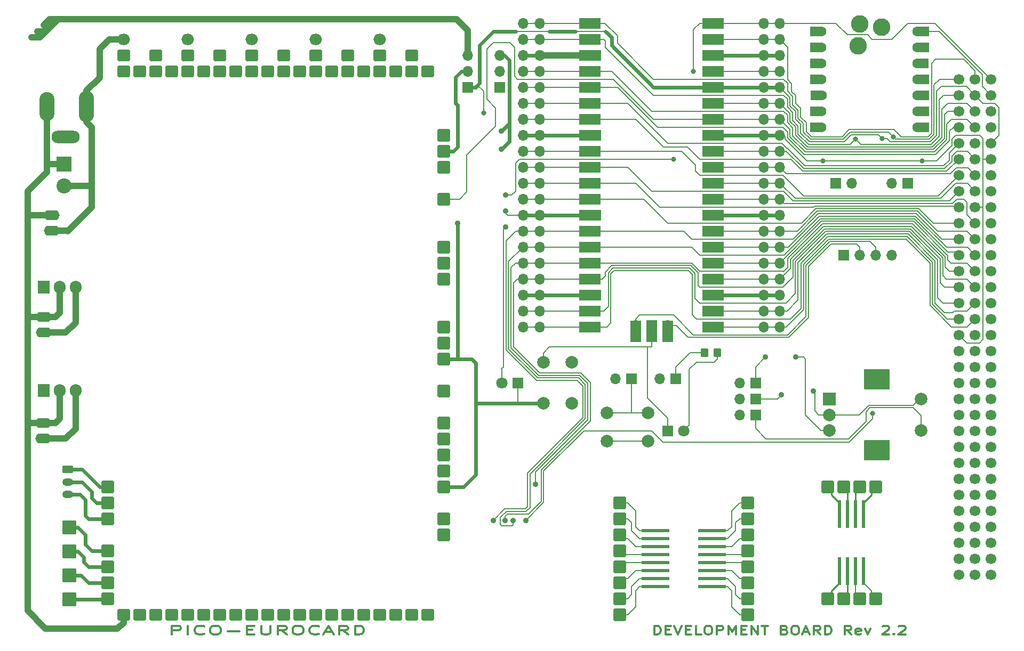
<source format=gtl>
%TF.GenerationSoftware,KiCad,Pcbnew,(6.0.7)*%
%TF.CreationDate,2022-11-12T16:25:49+00:00*%
%TF.ProjectId,pico-euro,7069636f-2d65-4757-926f-2e6b69636164,rev?*%
%TF.SameCoordinates,Original*%
%TF.FileFunction,Copper,L1,Top*%
%TF.FilePolarity,Positive*%
%FSLAX46Y46*%
G04 Gerber Fmt 4.6, Leading zero omitted, Abs format (unit mm)*
G04 Created by KiCad (PCBNEW (6.0.7)) date 2022-11-12 16:25:49*
%MOMM*%
%LPD*%
G01*
G04 APERTURE LIST*
G04 Aperture macros list*
%AMRoundRect*
0 Rectangle with rounded corners*
0 $1 Rounding radius*
0 $2 $3 $4 $5 $6 $7 $8 $9 X,Y pos of 4 corners*
0 Add a 4 corners polygon primitive as box body*
4,1,4,$2,$3,$4,$5,$6,$7,$8,$9,$2,$3,0*
0 Add four circle primitives for the rounded corners*
1,1,$1+$1,$2,$3*
1,1,$1+$1,$4,$5*
1,1,$1+$1,$6,$7*
1,1,$1+$1,$8,$9*
0 Add four rect primitives between the rounded corners*
20,1,$1+$1,$2,$3,$4,$5,0*
20,1,$1+$1,$4,$5,$6,$7,0*
20,1,$1+$1,$6,$7,$8,$9,0*
20,1,$1+$1,$8,$9,$2,$3,0*%
%AMFreePoly0*
4,1,45,1.912603,1.631106,1.928902,1.631106,1.941342,1.622068,1.956012,1.617454,1.965717,1.604359,1.978902,1.594779,1.983654,1.580154,1.992810,1.567799,1.992964,1.551500,1.998000,1.536000,1.998000,-1.500000,1.993154,-1.514916,1.993203,-1.530602,1.983844,-1.543570,1.978902,-1.558779,1.966213,-1.567998,1.957034,-1.580716,1.941840,-1.585706,1.928902,-1.595106,1.913217,-1.595106,
1.898315,-1.600000,-1.911685,-1.612000,-1.926910,-1.607106,-1.942902,-1.607106,-1.955591,-1.597887,-1.970524,-1.593087,-1.979965,-1.580179,-1.992902,-1.570779,-1.997749,-1.555861,-2.007008,-1.543201,-2.007058,-1.527209,-2.012000,-1.512000,-2.012000,1.500000,-2.007249,1.514623,-2.007394,1.530002,-1.997938,1.543279,-1.992902,1.558779,-1.980462,1.567817,-1.971541,1.580343,-1.956088,1.585526,
-1.942902,1.595106,-1.927525,1.595106,-1.912945,1.599996,1.897055,1.635996,1.912603,1.631106,1.912603,1.631106,$1*%
%AMFreePoly1*
4,1,45,1.898315,1.600000,1.913217,1.595106,1.928902,1.595106,1.941840,1.585706,1.957034,1.580716,1.966213,1.567998,1.978902,1.558779,1.983844,1.543570,1.993203,1.530602,1.993154,1.514916,1.998000,1.500000,1.998000,-1.536000,1.992964,-1.551500,1.992810,-1.567799,1.983654,-1.580154,1.978902,-1.594779,1.965717,-1.604359,1.956012,-1.617454,1.941342,-1.622068,1.928902,-1.631106,
1.912603,-1.631106,1.897055,-1.635996,-1.912945,-1.599996,-1.927525,-1.595106,-1.942902,-1.595106,-1.956088,-1.585526,-1.971541,-1.580343,-1.980462,-1.567817,-1.992902,-1.558779,-1.997938,-1.543279,-2.007394,-1.530002,-2.007249,-1.514623,-2.012000,-1.500000,-2.012000,1.512000,-2.007058,1.527209,-2.007008,1.543201,-1.997749,1.555861,-1.992902,1.570779,-1.979965,1.580179,-1.970524,1.593087,
-1.955591,1.597887,-1.942902,1.607106,-1.926910,1.607106,-1.911685,1.612000,1.898315,1.600000,1.898315,1.600000,$1*%
G04 Aperture macros list end*
%ADD10C,0.300000*%
%TA.AperFunction,NonConductor*%
%ADD11C,0.300000*%
%TD*%
%TA.AperFunction,ComponentPad*%
%ADD12O,1.700000X1.700000*%
%TD*%
%TA.AperFunction,ComponentPad*%
%ADD13R,1.905000X2.000000*%
%TD*%
%TA.AperFunction,ComponentPad*%
%ADD14O,1.905000X2.000000*%
%TD*%
%TA.AperFunction,ComponentPad*%
%ADD15RoundRect,0.180000X-0.820000X0.720000X-0.820000X-0.720000X0.820000X-0.720000X0.820000X0.720000X0*%
%TD*%
%TA.AperFunction,ComponentPad*%
%ADD16RoundRect,0.200000X-0.800000X-0.800000X0.800000X-0.800000X0.800000X0.800000X-0.800000X0.800000X0*%
%TD*%
%TA.AperFunction,ComponentPad*%
%ADD17RoundRect,0.200000X0.800000X-0.800000X0.800000X0.800000X-0.800000X0.800000X-0.800000X-0.800000X0*%
%TD*%
%TA.AperFunction,ComponentPad*%
%ADD18RoundRect,0.200000X0.800000X0.800000X-0.800000X0.800000X-0.800000X-0.800000X0.800000X-0.800000X0*%
%TD*%
%TA.AperFunction,SMDPad,CuDef*%
%ADD19R,0.600000X4.500000*%
%TD*%
%TA.AperFunction,ComponentPad*%
%ADD20R,1.700000X1.700000*%
%TD*%
%TA.AperFunction,ComponentPad*%
%ADD21RoundRect,0.250000X-0.625000X0.350000X-0.625000X-0.350000X0.625000X-0.350000X0.625000X0.350000X0*%
%TD*%
%TA.AperFunction,ComponentPad*%
%ADD22O,1.750000X1.200000*%
%TD*%
%TA.AperFunction,ComponentPad*%
%ADD23O,2.500000X1.600000*%
%TD*%
%TA.AperFunction,ComponentPad*%
%ADD24R,2.000000X2.000000*%
%TD*%
%TA.AperFunction,ComponentPad*%
%ADD25C,2.000000*%
%TD*%
%TA.AperFunction,ComponentPad*%
%ADD26FreePoly0,0.000000*%
%TD*%
%TA.AperFunction,ComponentPad*%
%ADD27FreePoly1,0.000000*%
%TD*%
%TA.AperFunction,ComponentPad*%
%ADD28O,2.000000X1.800000*%
%TD*%
%TA.AperFunction,ComponentPad*%
%ADD29C,1.700000*%
%TD*%
%TA.AperFunction,ComponentPad*%
%ADD30RoundRect,0.220000X0.880000X0.880000X-0.880000X0.880000X-0.880000X-0.880000X0.880000X-0.880000X0*%
%TD*%
%TA.AperFunction,ComponentPad*%
%ADD31O,2.400000X5.000000*%
%TD*%
%TA.AperFunction,ComponentPad*%
%ADD32O,4.500000X2.000000*%
%TD*%
%TA.AperFunction,ComponentPad*%
%ADD33O,2.400000X4.600000*%
%TD*%
%TA.AperFunction,SMDPad,CuDef*%
%ADD34RoundRect,0.250000X-0.350000X-0.450000X0.350000X-0.450000X0.350000X0.450000X-0.350000X0.450000X0*%
%TD*%
%TA.AperFunction,ComponentPad*%
%ADD35RoundRect,0.180000X0.820000X-0.720000X0.820000X0.720000X-0.820000X0.720000X-0.820000X-0.720000X0*%
%TD*%
%TA.AperFunction,SMDPad,CuDef*%
%ADD36R,2.000000X1.580000*%
%TD*%
%TA.AperFunction,ComponentPad*%
%ADD37C,1.600000*%
%TD*%
%TA.AperFunction,ComponentPad*%
%ADD38C,2.800000*%
%TD*%
%TA.AperFunction,ComponentPad*%
%ADD39R,2.400000X2.400000*%
%TD*%
%TA.AperFunction,ComponentPad*%
%ADD40C,2.400000*%
%TD*%
%TA.AperFunction,ComponentPad*%
%ADD41R,1.800000X1.800000*%
%TD*%
%TA.AperFunction,ComponentPad*%
%ADD42C,1.800000*%
%TD*%
%TA.AperFunction,ComponentPad*%
%ADD43RoundRect,0.200000X-0.800000X0.800000X-0.800000X-0.800000X0.800000X-0.800000X0.800000X0.800000X0*%
%TD*%
%TA.AperFunction,SMDPad,CuDef*%
%ADD44R,1.700000X3.500000*%
%TD*%
%TA.AperFunction,SMDPad,CuDef*%
%ADD45R,3.500000X1.700000*%
%TD*%
%TA.AperFunction,SMDPad,CuDef*%
%ADD46R,4.500000X0.600000*%
%TD*%
%TA.AperFunction,ViaPad*%
%ADD47C,0.804800*%
%TD*%
%TA.AperFunction,ViaPad*%
%ADD48C,0.904800*%
%TD*%
%TA.AperFunction,ViaPad*%
%ADD49C,0.800000*%
%TD*%
%TA.AperFunction,Conductor*%
%ADD50C,0.203200*%
%TD*%
%TA.AperFunction,Conductor*%
%ADD51C,0.609600*%
%TD*%
%TA.AperFunction,Conductor*%
%ADD52C,1.016000*%
%TD*%
%TA.AperFunction,Conductor*%
%ADD53C,0.250000*%
%TD*%
G04 APERTURE END LIST*
D10*
D11*
X129974285Y-135253333D02*
X129974285Y-133853333D01*
X130402857Y-133853333D01*
X130660000Y-133920000D01*
X130831428Y-134053333D01*
X130917142Y-134186666D01*
X131002857Y-134453333D01*
X131002857Y-134653333D01*
X130917142Y-134920000D01*
X130831428Y-135053333D01*
X130660000Y-135186666D01*
X130402857Y-135253333D01*
X129974285Y-135253333D01*
X131774285Y-134520000D02*
X132374285Y-134520000D01*
X132631428Y-135253333D02*
X131774285Y-135253333D01*
X131774285Y-133853333D01*
X132631428Y-133853333D01*
X133145714Y-133853333D02*
X133745714Y-135253333D01*
X134345714Y-133853333D01*
X134945714Y-134520000D02*
X135545714Y-134520000D01*
X135802857Y-135253333D02*
X134945714Y-135253333D01*
X134945714Y-133853333D01*
X135802857Y-133853333D01*
X137431428Y-135253333D02*
X136574285Y-135253333D01*
X136574285Y-133853333D01*
X138374285Y-133853333D02*
X138717142Y-133853333D01*
X138888571Y-133920000D01*
X139060000Y-134053333D01*
X139145714Y-134320000D01*
X139145714Y-134786666D01*
X139060000Y-135053333D01*
X138888571Y-135186666D01*
X138717142Y-135253333D01*
X138374285Y-135253333D01*
X138202857Y-135186666D01*
X138031428Y-135053333D01*
X137945714Y-134786666D01*
X137945714Y-134320000D01*
X138031428Y-134053333D01*
X138202857Y-133920000D01*
X138374285Y-133853333D01*
X139917142Y-135253333D02*
X139917142Y-133853333D01*
X140602857Y-133853333D01*
X140774285Y-133920000D01*
X140860000Y-133986666D01*
X140945714Y-134120000D01*
X140945714Y-134320000D01*
X140860000Y-134453333D01*
X140774285Y-134520000D01*
X140602857Y-134586666D01*
X139917142Y-134586666D01*
X141717142Y-135253333D02*
X141717142Y-133853333D01*
X142317142Y-134853333D01*
X142917142Y-133853333D01*
X142917142Y-135253333D01*
X143774285Y-134520000D02*
X144374285Y-134520000D01*
X144631428Y-135253333D02*
X143774285Y-135253333D01*
X143774285Y-133853333D01*
X144631428Y-133853333D01*
X145402857Y-135253333D02*
X145402857Y-133853333D01*
X146431428Y-135253333D01*
X146431428Y-133853333D01*
X147031428Y-133853333D02*
X148060000Y-133853333D01*
X147545714Y-135253333D02*
X147545714Y-133853333D01*
X150631428Y-134520000D02*
X150888571Y-134586666D01*
X150974285Y-134653333D01*
X151060000Y-134786666D01*
X151060000Y-134986666D01*
X150974285Y-135120000D01*
X150888571Y-135186666D01*
X150717142Y-135253333D01*
X150031428Y-135253333D01*
X150031428Y-133853333D01*
X150631428Y-133853333D01*
X150802857Y-133920000D01*
X150888571Y-133986666D01*
X150974285Y-134120000D01*
X150974285Y-134253333D01*
X150888571Y-134386666D01*
X150802857Y-134453333D01*
X150631428Y-134520000D01*
X150031428Y-134520000D01*
X152174285Y-133853333D02*
X152517142Y-133853333D01*
X152688571Y-133920000D01*
X152860000Y-134053333D01*
X152945714Y-134320000D01*
X152945714Y-134786666D01*
X152860000Y-135053333D01*
X152688571Y-135186666D01*
X152517142Y-135253333D01*
X152174285Y-135253333D01*
X152002857Y-135186666D01*
X151831428Y-135053333D01*
X151745714Y-134786666D01*
X151745714Y-134320000D01*
X151831428Y-134053333D01*
X152002857Y-133920000D01*
X152174285Y-133853333D01*
X153631428Y-134853333D02*
X154488571Y-134853333D01*
X153460000Y-135253333D02*
X154060000Y-133853333D01*
X154660000Y-135253333D01*
X156288571Y-135253333D02*
X155688571Y-134586666D01*
X155260000Y-135253333D02*
X155260000Y-133853333D01*
X155945714Y-133853333D01*
X156117142Y-133920000D01*
X156202857Y-133986666D01*
X156288571Y-134120000D01*
X156288571Y-134320000D01*
X156202857Y-134453333D01*
X156117142Y-134520000D01*
X155945714Y-134586666D01*
X155260000Y-134586666D01*
X157060000Y-135253333D02*
X157060000Y-133853333D01*
X157488571Y-133853333D01*
X157745714Y-133920000D01*
X157917142Y-134053333D01*
X158002857Y-134186666D01*
X158088571Y-134453333D01*
X158088571Y-134653333D01*
X158002857Y-134920000D01*
X157917142Y-135053333D01*
X157745714Y-135186666D01*
X157488571Y-135253333D01*
X157060000Y-135253333D01*
X161260000Y-135253333D02*
X160660000Y-134586666D01*
X160231428Y-135253333D02*
X160231428Y-133853333D01*
X160917142Y-133853333D01*
X161088571Y-133920000D01*
X161174285Y-133986666D01*
X161260000Y-134120000D01*
X161260000Y-134320000D01*
X161174285Y-134453333D01*
X161088571Y-134520000D01*
X160917142Y-134586666D01*
X160231428Y-134586666D01*
X162717142Y-135186666D02*
X162545714Y-135253333D01*
X162202857Y-135253333D01*
X162031428Y-135186666D01*
X161945714Y-135053333D01*
X161945714Y-134520000D01*
X162031428Y-134386666D01*
X162202857Y-134320000D01*
X162545714Y-134320000D01*
X162717142Y-134386666D01*
X162802857Y-134520000D01*
X162802857Y-134653333D01*
X161945714Y-134786666D01*
X163402857Y-134320000D02*
X163831428Y-135253333D01*
X164260000Y-134320000D01*
X166231428Y-133986666D02*
X166317142Y-133920000D01*
X166488571Y-133853333D01*
X166917142Y-133853333D01*
X167088571Y-133920000D01*
X167174285Y-133986666D01*
X167260000Y-134120000D01*
X167260000Y-134253333D01*
X167174285Y-134453333D01*
X166145714Y-135253333D01*
X167260000Y-135253333D01*
X168031428Y-135120000D02*
X168117142Y-135186666D01*
X168031428Y-135253333D01*
X167945714Y-135186666D01*
X168031428Y-135120000D01*
X168031428Y-135253333D01*
X168802857Y-133986666D02*
X168888571Y-133920000D01*
X169060000Y-133853333D01*
X169488571Y-133853333D01*
X169660000Y-133920000D01*
X169745714Y-133986666D01*
X169831428Y-134120000D01*
X169831428Y-134253333D01*
X169745714Y-134453333D01*
X168717142Y-135253333D01*
X169831428Y-135253333D01*
D10*
D11*
X53401428Y-135253333D02*
X53401428Y-133853333D01*
X54353809Y-133853333D01*
X54591904Y-133920000D01*
X54710952Y-133986666D01*
X54830000Y-134120000D01*
X54830000Y-134320000D01*
X54710952Y-134453333D01*
X54591904Y-134520000D01*
X54353809Y-134586666D01*
X53401428Y-134586666D01*
X55901428Y-135253333D02*
X55901428Y-133853333D01*
X58520476Y-135120000D02*
X58401428Y-135186666D01*
X58044285Y-135253333D01*
X57806190Y-135253333D01*
X57449047Y-135186666D01*
X57210952Y-135053333D01*
X57091904Y-134920000D01*
X56972857Y-134653333D01*
X56972857Y-134453333D01*
X57091904Y-134186666D01*
X57210952Y-134053333D01*
X57449047Y-133920000D01*
X57806190Y-133853333D01*
X58044285Y-133853333D01*
X58401428Y-133920000D01*
X58520476Y-133986666D01*
X60068095Y-133853333D02*
X60544285Y-133853333D01*
X60782380Y-133920000D01*
X61020476Y-134053333D01*
X61139523Y-134320000D01*
X61139523Y-134786666D01*
X61020476Y-135053333D01*
X60782380Y-135186666D01*
X60544285Y-135253333D01*
X60068095Y-135253333D01*
X59830000Y-135186666D01*
X59591904Y-135053333D01*
X59472857Y-134786666D01*
X59472857Y-134320000D01*
X59591904Y-134053333D01*
X59830000Y-133920000D01*
X60068095Y-133853333D01*
X62210952Y-134720000D02*
X64115714Y-134720000D01*
X65306190Y-134520000D02*
X66139523Y-134520000D01*
X66496666Y-135253333D02*
X65306190Y-135253333D01*
X65306190Y-133853333D01*
X66496666Y-133853333D01*
X67568095Y-133853333D02*
X67568095Y-134986666D01*
X67687142Y-135120000D01*
X67806190Y-135186666D01*
X68044285Y-135253333D01*
X68520476Y-135253333D01*
X68758571Y-135186666D01*
X68877619Y-135120000D01*
X68996666Y-134986666D01*
X68996666Y-133853333D01*
X71615714Y-135253333D02*
X70782380Y-134586666D01*
X70187142Y-135253333D02*
X70187142Y-133853333D01*
X71139523Y-133853333D01*
X71377619Y-133920000D01*
X71496666Y-133986666D01*
X71615714Y-134120000D01*
X71615714Y-134320000D01*
X71496666Y-134453333D01*
X71377619Y-134520000D01*
X71139523Y-134586666D01*
X70187142Y-134586666D01*
X73163333Y-133853333D02*
X73639523Y-133853333D01*
X73877619Y-133920000D01*
X74115714Y-134053333D01*
X74234761Y-134320000D01*
X74234761Y-134786666D01*
X74115714Y-135053333D01*
X73877619Y-135186666D01*
X73639523Y-135253333D01*
X73163333Y-135253333D01*
X72925238Y-135186666D01*
X72687142Y-135053333D01*
X72568095Y-134786666D01*
X72568095Y-134320000D01*
X72687142Y-134053333D01*
X72925238Y-133920000D01*
X73163333Y-133853333D01*
X76734761Y-135120000D02*
X76615714Y-135186666D01*
X76258571Y-135253333D01*
X76020476Y-135253333D01*
X75663333Y-135186666D01*
X75425238Y-135053333D01*
X75306190Y-134920000D01*
X75187142Y-134653333D01*
X75187142Y-134453333D01*
X75306190Y-134186666D01*
X75425238Y-134053333D01*
X75663333Y-133920000D01*
X76020476Y-133853333D01*
X76258571Y-133853333D01*
X76615714Y-133920000D01*
X76734761Y-133986666D01*
X77687142Y-134853333D02*
X78877619Y-134853333D01*
X77449047Y-135253333D02*
X78282380Y-133853333D01*
X79115714Y-135253333D01*
X81377619Y-135253333D02*
X80544285Y-134586666D01*
X79949047Y-135253333D02*
X79949047Y-133853333D01*
X80901428Y-133853333D01*
X81139523Y-133920000D01*
X81258571Y-133986666D01*
X81377619Y-134120000D01*
X81377619Y-134320000D01*
X81258571Y-134453333D01*
X81139523Y-134520000D01*
X80901428Y-134586666D01*
X79949047Y-134586666D01*
X82449047Y-135253333D02*
X82449047Y-133853333D01*
X83044285Y-133853333D01*
X83401428Y-133920000D01*
X83639523Y-134053333D01*
X83758571Y-134186666D01*
X83877619Y-134453333D01*
X83877619Y-134653333D01*
X83758571Y-134920000D01*
X83639523Y-135053333D01*
X83401428Y-135186666D01*
X83044285Y-135253333D01*
X82449047Y-135253333D01*
D12*
%TO.P,J2,1,Pin_1*%
%TO.N,/IO0*%
X109160000Y-38100000D03*
X111760000Y-38100000D03*
%TO.P,J2,2,Pin_2*%
%TO.N,/IO1*%
X109160000Y-40640000D03*
X111760000Y-40640000D03*
%TO.P,J2,3,Pin_3*%
%TO.N,GND*%
X111760000Y-43180000D03*
X109160000Y-43180000D03*
%TO.P,J2,4,Pin_4*%
%TO.N,/IO2*%
X111760000Y-45720000D03*
X109160000Y-45720000D03*
%TO.P,J2,5,Pin_5*%
%TO.N,/IO3*%
X111760000Y-48260000D03*
X109160000Y-48260000D03*
%TO.P,J2,6,Pin_6*%
%TO.N,/SDA0*%
X109160000Y-50800000D03*
X111760000Y-50800000D03*
%TO.P,J2,7,Pin_7*%
%TO.N,/SCL0*%
X111760000Y-53340000D03*
X109160000Y-53340000D03*
%TO.P,J2,8,Pin_8*%
%TO.N,GND*%
X111760000Y-55880000D03*
X109160000Y-55880000D03*
%TO.P,J2,9,Pin_9*%
%TO.N,/IO6*%
X111760000Y-58420000D03*
X109160000Y-58420000D03*
%TO.P,J2,10,Pin_10*%
%TO.N,/IO7*%
X109160000Y-60960000D03*
X111760000Y-60960000D03*
%TO.P,J2,11,Pin_11*%
%TO.N,/IO8*%
X109160000Y-63500000D03*
X111760000Y-63500000D03*
%TO.P,J2,12,Pin_12*%
%TO.N,/IO9*%
X109160000Y-66040000D03*
X111760000Y-66040000D03*
%TO.P,J2,13,Pin_13*%
%TO.N,GND*%
X111760000Y-68580000D03*
X109160000Y-68580000D03*
%TO.P,J2,14,Pin_14*%
%TO.N,/IO10*%
X109160000Y-71120000D03*
X111760000Y-71120000D03*
%TO.P,J2,15,Pin_15*%
%TO.N,/IO11*%
X109160000Y-73660000D03*
X111760000Y-73660000D03*
%TO.P,J2,16,Pin_16*%
%TO.N,/IO12*%
X111760000Y-76200000D03*
X109160000Y-76200000D03*
%TO.P,J2,17,Pin_17*%
%TO.N,/IO13*%
X109160000Y-78740000D03*
X111760000Y-78740000D03*
%TO.P,J2,18,Pin_18*%
%TO.N,GND*%
X109160000Y-81280000D03*
X111760000Y-81280000D03*
%TO.P,J2,19,Pin_19*%
%TO.N,/IO14*%
X111760000Y-83820000D03*
X109160000Y-83820000D03*
%TO.P,J2,20,Pin_20*%
%TO.N,/IO15*%
X111760000Y-86360000D03*
X109160000Y-86360000D03*
%TD*%
D13*
%TO.P,U4,1,IN*%
%TO.N,+12V*%
X33020000Y-80010000D03*
D14*
%TO.P,U4,2,GND*%
%TO.N,GND*%
X35560000Y-80010000D03*
%TO.P,U4,3,OUT*%
%TO.N,Net-(C4-Pad1)*%
X38100000Y-80010000D03*
%TD*%
D15*
%TO.P,J16,1,Pin_1*%
%TO.N,/BUSBAR-5*%
X45720000Y-43180000D03*
X81280000Y-43180000D03*
X66040000Y-43180000D03*
X50800000Y-43180000D03*
X76200000Y-43180000D03*
X60960000Y-43180000D03*
X71120000Y-43180000D03*
X86360000Y-43180000D03*
X55880000Y-43180000D03*
X91440000Y-43180000D03*
%TD*%
D16*
%TO.P,J24,1,Pin_1*%
%TO.N,Net-(J24-Pad1)*%
X124460000Y-114300000D03*
%TO.P,J24,2,Pin_2*%
%TO.N,Net-(J24-Pad2)*%
X124460000Y-116840000D03*
%TO.P,J24,3,Pin_3*%
%TO.N,Net-(J24-Pad3)*%
X124460000Y-119380000D03*
%TO.P,J24,4,Pin_4*%
%TO.N,Net-(J24-Pad4)*%
X124460000Y-121920000D03*
%TD*%
D17*
%TO.P,J31,1,Pin_1*%
%TO.N,/SO8-5*%
X157480000Y-129540000D03*
%TO.P,J31,2,Pin_2*%
%TO.N,/SO8-6*%
X160020000Y-129540000D03*
%TO.P,J31,3,Pin_3*%
%TO.N,/SO8-7*%
X162560000Y-129540000D03*
%TO.P,J31,4,Pin_4*%
%TO.N,/SO8-8*%
X165100000Y-129540000D03*
%TD*%
D18*
%TO.P,J23,1,Pin_1*%
%TO.N,GND*%
X96520000Y-111760000D03*
%TO.P,J23,2,Pin_2*%
%TO.N,/IO16*%
X96520000Y-109220000D03*
%TO.P,J23,3,Pin_3*%
%TO.N,/IO17*%
X96520000Y-106680000D03*
%TO.P,J23,4,Pin_4*%
%TO.N,/IO18*%
X96520000Y-104140000D03*
%TO.P,J23,5,Pin_5*%
%TO.N,/IO19*%
X96520000Y-101600000D03*
%TD*%
%TO.P,J12,1,Pin_1*%
%TO.N,Net-(J12-Pad1)*%
X43180000Y-129540000D03*
%TO.P,J12,2,Pin_2*%
%TO.N,Net-(J12-Pad2)*%
X43180000Y-127000000D03*
%TO.P,J12,3,Pin_3*%
%TO.N,Net-(J12-Pad3)*%
X43180000Y-124460000D03*
%TO.P,J12,4,Pin_4*%
%TO.N,Net-(J12-Pad4)*%
X43180000Y-121920000D03*
%TD*%
D19*
%TO.P,J30,1,Pin_1*%
%TO.N,/SO8-1*%
X163195000Y-116150000D03*
%TO.P,J30,2,Pin_2*%
%TO.N,/SO8-2*%
X161925000Y-116150000D03*
%TO.P,J30,3,Pin_3*%
%TO.N,/SO8-3*%
X160655000Y-116150000D03*
%TO.P,J30,4,Pin_4*%
%TO.N,/SO8-4*%
X159385000Y-116150000D03*
%TO.P,J30,5,Pin_5*%
%TO.N,/SO8-5*%
X159385000Y-125150000D03*
%TO.P,J30,6,Pin_6*%
%TO.N,/SO8-6*%
X160655000Y-125150000D03*
%TO.P,J30,7,Pin_7*%
%TO.N,/SO8-7*%
X161925000Y-125150000D03*
%TO.P,J30,8,Pin_8*%
%TO.N,/SO8-8*%
X163195000Y-125150000D03*
%TD*%
D16*
%TO.P,J35,1,Pin_1*%
%TO.N,unconnected-(J35-Pad1)*%
X96520000Y-96520000D03*
%TD*%
D20*
%TO.P,J42,1,Pin_1*%
%TO.N,Net-(C8-Pad1)*%
X146050000Y-95250000D03*
D12*
%TO.P,J42,2,Pin_2*%
%TO.N,/IO6*%
X143510000Y-95250000D03*
%TD*%
D21*
%TO.P,J10,1,Pin_1*%
%TO.N,Net-(J10-Pad1)*%
X36830000Y-108998000D03*
D22*
%TO.P,J10,2,Pin_2*%
%TO.N,Net-(J10-Pad2)*%
X36830000Y-110998000D03*
%TO.P,J10,3,Pin_3*%
%TO.N,Net-(J10-Pad3)*%
X36830000Y-112998000D03*
%TD*%
D18*
%TO.P,J27,1,Pin_1*%
%TO.N,Net-(J26-Pad13)*%
X144780000Y-121920000D03*
%TO.P,J27,2,Pin_2*%
%TO.N,Net-(J26-Pad14)*%
X144780000Y-119380000D03*
%TO.P,J27,3,Pin_3*%
%TO.N,Net-(J26-Pad15)*%
X144780000Y-116840000D03*
%TO.P,J27,4,Pin_4*%
%TO.N,/SO16-16*%
X144780000Y-114300000D03*
%TD*%
D23*
%TO.P,C4,1*%
%TO.N,Net-(C4-Pad1)*%
X33020000Y-87272500D03*
%TO.P,C4,2*%
%TO.N,GND*%
X33020000Y-84772500D03*
%TD*%
D18*
%TO.P,J28,1,Pin_1*%
%TO.N,Net-(J26-Pad9)*%
X144780000Y-132080000D03*
%TO.P,J28,2,Pin_2*%
%TO.N,Net-(J26-Pad10)*%
X144780000Y-129540000D03*
%TO.P,J28,3,Pin_3*%
%TO.N,Net-(J26-Pad11)*%
X144780000Y-127000000D03*
%TO.P,J28,4,Pin_4*%
%TO.N,Net-(J26-Pad12)*%
X144780000Y-124460000D03*
%TD*%
D24*
%TO.P,SW3,A,A*%
%TO.N,Net-(R17-Pad1)*%
X157787500Y-97830000D03*
D25*
%TO.P,SW3,B,B*%
%TO.N,Net-(R16-Pad1)*%
X157787500Y-102830000D03*
%TO.P,SW3,C,C*%
%TO.N,GND*%
X157787500Y-100330000D03*
D26*
%TO.P,SW3,MP*%
%TO.N,N/C*%
X165287500Y-105930000D03*
D27*
X165287500Y-94730000D03*
D25*
%TO.P,SW3,S1,S1*%
%TO.N,GND*%
X172287500Y-97830000D03*
%TO.P,SW3,S2,S2*%
%TO.N,Net-(J41-Pad1)*%
X172287500Y-102830000D03*
%TD*%
D18*
%TO.P,J22,1,Pin_1*%
%TO.N,GND*%
X96520000Y-78740000D03*
%TO.P,J22,2,Pin_2*%
%TO.N,/SCL0*%
X96520000Y-76200000D03*
%TO.P,J22,3,Pin_3*%
%TO.N,/SDA0*%
X96520000Y-73660000D03*
%TD*%
%TO.P,J32,1,Pin_1*%
%TO.N,GND*%
X96520000Y-91440000D03*
%TO.P,J32,2,Pin_2*%
%TO.N,/IO15*%
X96520000Y-88900000D03*
%TO.P,J32,3,Pin_3*%
%TO.N,/IO14*%
X96520000Y-86360000D03*
%TD*%
D20*
%TO.P,J5,1,Pin_1*%
%TO.N,Net-(J5-Pad1)*%
X126365000Y-94615000D03*
D12*
%TO.P,J5,2,Pin_2*%
%TO.N,/IO27*%
X123825000Y-94615000D03*
%TD*%
D16*
%TO.P,J37,1,Pin_1*%
%TO.N,unconnected-(J37-Pad1)*%
X96520000Y-116840000D03*
%TO.P,J37,2,Pin_2*%
%TO.N,unconnected-(J37-Pad2)*%
X96520000Y-119380000D03*
%TD*%
D28*
%TO.P,J18,1,Pin_1*%
%TO.N,+12V*%
X66040000Y-40640000D03*
X55880000Y-40640000D03*
X76200000Y-40640000D03*
X45720000Y-40640000D03*
X86360000Y-40640000D03*
%TD*%
D29*
%TO.P,J1,A1,A1*%
%TO.N,VBUS*%
X183440000Y-46990000D03*
%TO.P,J1,A2,A2*%
%TO.N,/VBUS_XIAO*%
X183440000Y-49530000D03*
%TO.P,J1,A3,A3*%
%TO.N,unconnected-(J1-PadA3)*%
X183440000Y-52070000D03*
%TO.P,J1,A4,A4*%
%TO.N,VSYS*%
X183440000Y-54610000D03*
%TO.P,J1,A5,A5*%
%TO.N,3V3*%
X183440000Y-57150000D03*
%TO.P,J1,A6,A6*%
%TO.N,GND*%
X183440000Y-59690000D03*
%TO.P,J1,A7,A7*%
%TO.N,/SCL0*%
X183440000Y-62230000D03*
%TO.P,J1,A8,A8*%
%TO.N,/SDA0*%
X183440000Y-64770000D03*
%TO.P,J1,A9,A9*%
%TO.N,unconnected-(J1-PadA9)*%
X183440000Y-67310000D03*
%TO.P,J1,A10,A10*%
%TO.N,unconnected-(J1-PadA10)*%
X183440000Y-69850000D03*
%TO.P,J1,A11,A11*%
%TO.N,unconnected-(J1-PadA11)*%
X183440000Y-72390000D03*
%TO.P,J1,A12,A12*%
%TO.N,unconnected-(J1-PadA12)*%
X183440000Y-74930000D03*
%TO.P,J1,A13,A13*%
%TO.N,unconnected-(J1-PadA13)*%
X183440000Y-77470000D03*
%TO.P,J1,A14,A14*%
%TO.N,unconnected-(J1-PadA14)*%
X183440000Y-80010000D03*
%TO.P,J1,A15,A15*%
%TO.N,unconnected-(J1-PadA15)*%
X183440000Y-82550000D03*
%TO.P,J1,A16,A16*%
%TO.N,unconnected-(J1-PadA16)*%
X183440000Y-85090000D03*
%TO.P,J1,A17,A17*%
%TO.N,unconnected-(J1-PadA17)*%
X183440000Y-87630000D03*
%TO.P,J1,A18,A18*%
%TO.N,unconnected-(J1-PadA18)*%
X183440000Y-90170000D03*
%TO.P,J1,A19,A19*%
%TO.N,unconnected-(J1-PadA19)*%
X183440000Y-92710000D03*
%TO.P,J1,A20,A20*%
%TO.N,unconnected-(J1-PadA20)*%
X183440000Y-95250000D03*
%TO.P,J1,A21,A21*%
%TO.N,unconnected-(J1-PadA21)*%
X183440000Y-97790000D03*
%TO.P,J1,A22,A22*%
%TO.N,unconnected-(J1-PadA22)*%
X183440000Y-100330000D03*
%TO.P,J1,A23,A23*%
%TO.N,unconnected-(J1-PadA23)*%
X183440000Y-102870000D03*
%TO.P,J1,A24,A24*%
%TO.N,unconnected-(J1-PadA24)*%
X183440000Y-105410000D03*
%TO.P,J1,A25,A25*%
%TO.N,unconnected-(J1-PadA25)*%
X183440000Y-107950000D03*
%TO.P,J1,A26,A26*%
%TO.N,unconnected-(J1-PadA26)*%
X183440000Y-110490000D03*
%TO.P,J1,A27,A27*%
%TO.N,unconnected-(J1-PadA27)*%
X183440000Y-113030000D03*
%TO.P,J1,A28,A28*%
%TO.N,unconnected-(J1-PadA28)*%
X183440000Y-115570000D03*
%TO.P,J1,A29,A29*%
%TO.N,unconnected-(J1-PadA29)*%
X183440000Y-118110000D03*
%TO.P,J1,A30,A30*%
%TO.N,unconnected-(J1-PadA30)*%
X183440000Y-120650000D03*
%TO.P,J1,A31,A31*%
%TO.N,unconnected-(J1-PadA31)*%
X183440000Y-123190000D03*
%TO.P,J1,A32,A32*%
%TO.N,unconnected-(J1-PadA32)*%
X183440000Y-125730000D03*
%TO.P,J1,B1,B1*%
%TO.N,VSYS*%
X180900000Y-46990000D03*
%TO.P,J1,B2,B2*%
%TO.N,3V3*%
X180900000Y-49530000D03*
%TO.P,J1,B3,B3*%
%TO.N,AREF*%
X180900000Y-52070000D03*
%TO.P,J1,B4,B4*%
%TO.N,/IO28*%
X180900000Y-54610000D03*
%TO.P,J1,B5,B5*%
%TO.N,3V3*%
X180900000Y-57150000D03*
%TO.P,J1,B6,B6*%
%TO.N,/IO27*%
X180900000Y-59690000D03*
%TO.P,J1,B7,B7*%
%TO.N,/IO26*%
X180900000Y-62230000D03*
%TO.P,J1,B8,B8*%
%TO.N,/RUN*%
X180900000Y-64770000D03*
%TO.P,J1,B9,B9*%
%TO.N,GND*%
X180900000Y-67310000D03*
%TO.P,J1,B10,B10*%
%TO.N,/IO22*%
X180900000Y-69850000D03*
%TO.P,J1,B11,B11*%
%TO.N,/IO21*%
X180900000Y-72390000D03*
%TO.P,J1,B12,B12*%
%TO.N,/IO20*%
X180900000Y-74930000D03*
%TO.P,J1,B13,B13*%
%TO.N,/IO19*%
X180900000Y-77470000D03*
%TO.P,J1,B14,B14*%
%TO.N,/IO18*%
X180900000Y-80010000D03*
%TO.P,J1,B15,B15*%
%TO.N,/IO17*%
X180900000Y-82550000D03*
%TO.P,J1,B16,B16*%
%TO.N,/IO16*%
X180900000Y-85090000D03*
%TO.P,J1,B17,B17*%
%TO.N,unconnected-(J1-PadB17)*%
X180900000Y-87630000D03*
%TO.P,J1,B18,B18*%
%TO.N,unconnected-(J1-PadB18)*%
X180900000Y-90170000D03*
%TO.P,J1,B19,B19*%
%TO.N,unconnected-(J1-PadB19)*%
X180900000Y-92710000D03*
%TO.P,J1,B20,B20*%
%TO.N,unconnected-(J1-PadB20)*%
X180900000Y-95250000D03*
%TO.P,J1,B21,B21*%
%TO.N,unconnected-(J1-PadB21)*%
X180900000Y-97790000D03*
%TO.P,J1,B22,B22*%
%TO.N,unconnected-(J1-PadB22)*%
X180900000Y-100330000D03*
%TO.P,J1,B23,B23*%
%TO.N,unconnected-(J1-PadB23)*%
X180900000Y-102870000D03*
%TO.P,J1,B24,B24*%
%TO.N,unconnected-(J1-PadB24)*%
X180900000Y-105410000D03*
%TO.P,J1,B25,B25*%
%TO.N,unconnected-(J1-PadB25)*%
X180900000Y-107950000D03*
%TO.P,J1,B26,B26*%
%TO.N,unconnected-(J1-PadB26)*%
X180900000Y-110490000D03*
%TO.P,J1,B27,B27*%
%TO.N,unconnected-(J1-PadB27)*%
X180900000Y-113030000D03*
%TO.P,J1,B28,B28*%
%TO.N,unconnected-(J1-PadB28)*%
X180900000Y-115570000D03*
%TO.P,J1,B29,B29*%
%TO.N,unconnected-(J1-PadB29)*%
X180900000Y-118110000D03*
%TO.P,J1,B30,B30*%
%TO.N,unconnected-(J1-PadB30)*%
X180900000Y-120650000D03*
%TO.P,J1,B31,B31*%
%TO.N,+5VP*%
X180900000Y-123190000D03*
%TO.P,J1,B32,B32*%
%TO.N,+12V*%
X180900000Y-125730000D03*
%TO.P,J1,C1,C1*%
%TO.N,/IO0*%
X178360000Y-46990000D03*
%TO.P,J1,C2,C2*%
%TO.N,/IO1*%
X178360000Y-49530000D03*
%TO.P,J1,C3,C3*%
%TO.N,/IO2*%
X178360000Y-52070000D03*
%TO.P,J1,C4,C4*%
%TO.N,/IO3*%
X178360000Y-54610000D03*
%TO.P,J1,C5,C5*%
%TO.N,/SDA0*%
X178360000Y-57150000D03*
%TO.P,J1,C6,C6*%
%TO.N,/SCL0*%
X178360000Y-59690000D03*
%TO.P,J1,C7,C7*%
%TO.N,/IO6*%
X178360000Y-62230000D03*
%TO.P,J1,C8,C8*%
%TO.N,/IO7*%
X178360000Y-64770000D03*
%TO.P,J1,C9,C9*%
%TO.N,/IO8*%
X178360000Y-67310000D03*
%TO.P,J1,C10,C10*%
%TO.N,/IO9*%
X178360000Y-69850000D03*
%TO.P,J1,C11,C11*%
%TO.N,/IO10*%
X178360000Y-72390000D03*
%TO.P,J1,C12,C12*%
%TO.N,/IO11*%
X178360000Y-74930000D03*
%TO.P,J1,C13,C13*%
%TO.N,/IO12*%
X178360000Y-77470000D03*
%TO.P,J1,C14,C14*%
%TO.N,/IO13*%
X178360000Y-80010000D03*
%TO.P,J1,C15,C15*%
%TO.N,/IO14*%
X178360000Y-82550000D03*
%TO.P,J1,C16,C16*%
%TO.N,/IO15*%
X178360000Y-85090000D03*
%TO.P,J1,C17,C17*%
%TO.N,GND*%
X178360000Y-87630000D03*
%TO.P,J1,C18,C18*%
%TO.N,unconnected-(J1-PadC18)*%
X178360000Y-90170000D03*
%TO.P,J1,C19,C19*%
%TO.N,unconnected-(J1-PadC19)*%
X178360000Y-92710000D03*
%TO.P,J1,C20,C20*%
%TO.N,unconnected-(J1-PadC20)*%
X178360000Y-95250000D03*
%TO.P,J1,C21,C21*%
%TO.N,unconnected-(J1-PadC21)*%
X178360000Y-97790000D03*
%TO.P,J1,C22,C22*%
%TO.N,GND*%
X178360000Y-100330000D03*
%TO.P,J1,C23,C23*%
X178360000Y-102870000D03*
%TO.P,J1,C24,C24*%
%TO.N,unconnected-(J1-PadC24)*%
X178360000Y-105410000D03*
%TO.P,J1,C25,C25*%
%TO.N,unconnected-(J1-PadC25)*%
X178360000Y-107950000D03*
%TO.P,J1,C26,C26*%
%TO.N,unconnected-(J1-PadC26)*%
X178360000Y-110490000D03*
%TO.P,J1,C27,C27*%
%TO.N,unconnected-(J1-PadC27)*%
X178360000Y-113030000D03*
%TO.P,J1,C28,C28*%
%TO.N,unconnected-(J1-PadC28)*%
X178360000Y-115570000D03*
%TO.P,J1,C29,C29*%
%TO.N,unconnected-(J1-PadC29)*%
X178360000Y-118110000D03*
%TO.P,J1,C30,C30*%
%TO.N,unconnected-(J1-PadC30)*%
X178360000Y-120650000D03*
%TO.P,J1,C31,C31*%
%TO.N,+5VP*%
X178360000Y-123190000D03*
%TO.P,J1,C32,C32*%
%TO.N,+12V*%
X178360000Y-125730000D03*
%TD*%
D20*
%TO.P,J20,1,Pin_1*%
%TO.N,3V3*%
X100330000Y-48260000D03*
D12*
%TO.P,J20,2,Pin_2*%
%TO.N,+3V3*%
X100330000Y-45720000D03*
%TO.P,J20,3,Pin_3*%
%TO.N,+3.3VP*%
X100330000Y-43180000D03*
%TD*%
D30*
%TO.P,J15,1,Pin_1*%
%TO.N,Net-(J12-Pad1)*%
X37084000Y-129667000D03*
%TO.P,J15,2,Pin_2*%
%TO.N,Net-(J12-Pad2)*%
X37084000Y-125857000D03*
%TO.P,J15,3,Pin_3*%
%TO.N,Net-(J12-Pad3)*%
X37084000Y-122047000D03*
%TO.P,J15,4,Pin_4*%
%TO.N,Net-(J12-Pad4)*%
X37084000Y-118237000D03*
%TD*%
D12*
%TO.P,J3,21,Pin_21*%
%TO.N,/IO16*%
X147320000Y-86360000D03*
X149860000Y-86360000D03*
%TO.P,J3,22,Pin_22*%
%TO.N,/IO17*%
X149860000Y-83820000D03*
X147320000Y-83820000D03*
%TO.P,J3,23,Pin_23*%
%TO.N,GND*%
X149860000Y-81280000D03*
X147320000Y-81280000D03*
%TO.P,J3,24,Pin_24*%
%TO.N,/IO18*%
X149860000Y-78740000D03*
X147320000Y-78740000D03*
%TO.P,J3,25,Pin_25*%
%TO.N,/IO19*%
X149860000Y-76200000D03*
X147320000Y-76200000D03*
%TO.P,J3,26,Pin_26*%
%TO.N,/IO20*%
X149860000Y-73660000D03*
X147320000Y-73660000D03*
%TO.P,J3,27,Pin_27*%
%TO.N,/IO21*%
X147320000Y-71120000D03*
X149860000Y-71120000D03*
%TO.P,J3,28,Pin_28*%
%TO.N,GND*%
X147320000Y-68580000D03*
X149860000Y-68580000D03*
%TO.P,J3,29,Pin_29*%
%TO.N,/IO22*%
X147320000Y-66040000D03*
X149860000Y-66040000D03*
%TO.P,J3,30,Pin_30*%
%TO.N,/RUN*%
X147320000Y-63500000D03*
X149860000Y-63500000D03*
%TO.P,J3,31,Pin_31*%
%TO.N,/IO26*%
X149860000Y-60960000D03*
X147320000Y-60960000D03*
%TO.P,J3,32,Pin_32*%
%TO.N,/IO27*%
X147320000Y-58420000D03*
X149860000Y-58420000D03*
%TO.P,J3,33,Pin_33*%
%TO.N,GND*%
X147320000Y-55880000D03*
X149860000Y-55880000D03*
%TO.P,J3,34,Pin_34*%
%TO.N,/IO28*%
X147320000Y-53340000D03*
X149860000Y-53340000D03*
%TO.P,J3,35,Pin_35*%
%TO.N,AREF*%
X147320000Y-50800000D03*
X149860000Y-50800000D03*
%TO.P,J3,36,Pin_36*%
%TO.N,3V3*%
X147320000Y-48260000D03*
X149860000Y-48260000D03*
%TO.P,J3,37,Pin_37*%
%TO.N,Net-(J3-Pad37)*%
X149860000Y-45720000D03*
X147320000Y-45720000D03*
%TO.P,J3,38,Pin_38*%
%TO.N,GND*%
X147320000Y-43180000D03*
X149860000Y-43180000D03*
%TO.P,J3,39,Pin_39*%
%TO.N,VSYS*%
X149860000Y-40640000D03*
X147320000Y-40640000D03*
%TO.P,J3,40,Pin_40*%
%TO.N,VBUS*%
X147320000Y-38100000D03*
X149860000Y-38100000D03*
%TD*%
D31*
%TO.P,J7,1*%
%TO.N,+12V*%
X39820000Y-51360000D03*
D32*
%TO.P,J7,2*%
%TO.N,unconnected-(J7-Pad2)*%
X36520000Y-56160000D03*
D33*
%TO.P,J7,3*%
%TO.N,GND*%
X33520000Y-51360000D03*
%TD*%
D20*
%TO.P,J21,1,Pin_1*%
%TO.N,VSYS*%
X105410000Y-48260000D03*
D12*
%TO.P,J21,2,Pin_2*%
%TO.N,/BUSBAR-5*%
X105410000Y-45720000D03*
%TO.P,J21,3,Pin_3*%
%TO.N,+5VP*%
X105410000Y-43180000D03*
%TD*%
D34*
%TO.P,R1,1*%
%TO.N,Net-(J4-Pad1)*%
X137938000Y-90424000D03*
%TO.P,R1,2*%
%TO.N,Net-(D1-Pad2)*%
X139938000Y-90424000D03*
%TD*%
D25*
%TO.P,SW2,1,1*%
%TO.N,Net-(J5-Pad1)*%
X122480000Y-99985000D03*
X128980000Y-99985000D03*
%TO.P,SW2,2,2*%
%TO.N,GND*%
X122480000Y-104485000D03*
X128980000Y-104485000D03*
%TD*%
%TO.P,SW1,1,1*%
%TO.N,/RUN*%
X116840000Y-98500000D03*
X116840000Y-92000000D03*
%TO.P,SW1,2,2*%
%TO.N,GND*%
X112340000Y-98500000D03*
X112340000Y-92000000D03*
%TD*%
D20*
%TO.P,J41,1,Pin_1*%
%TO.N,Net-(J41-Pad1)*%
X146050000Y-100330000D03*
D12*
%TO.P,J41,2,Pin_2*%
%TO.N,/IO8*%
X143510000Y-100330000D03*
%TD*%
D13*
%TO.P,U2,1,IN*%
%TO.N,+12V*%
X33020000Y-96500000D03*
D14*
%TO.P,U2,2,GND*%
%TO.N,GND*%
X35560000Y-96500000D03*
%TO.P,U2,3,OUT*%
%TO.N,Net-(C2-Pad1)*%
X38100000Y-96500000D03*
%TD*%
D20*
%TO.P,J6,1,Pin_1*%
%TO.N,GND*%
X160020000Y-74930000D03*
D12*
%TO.P,J6,2,Pin_2*%
%TO.N,/SWDIO*%
X162560000Y-74930000D03*
%TO.P,J6,3,Pin_3*%
%TO.N,/SWCLK*%
X165100000Y-74930000D03*
%TO.P,J6,4,Pin_4*%
%TO.N,3V3*%
X167640000Y-74930000D03*
%TD*%
D18*
%TO.P,J34,1,Pin_1*%
%TO.N,+3V3*%
X96520000Y-58420000D03*
%TO.P,J34,2,Pin_2*%
%TO.N,/BUSBAR-5*%
X96520000Y-55880000D03*
%TD*%
D35*
%TO.P,J19,1,Pin_1*%
%TO.N,GND*%
X48260000Y-132080000D03*
X83820000Y-132080000D03*
X73660000Y-132080000D03*
X91440000Y-132080000D03*
X53340000Y-132080000D03*
X76200000Y-132080000D03*
X50800000Y-132080000D03*
X58420000Y-132080000D03*
X45720000Y-132080000D03*
X55880000Y-132080000D03*
X81280000Y-132080000D03*
X63500000Y-132080000D03*
X93980000Y-132080000D03*
X86360000Y-132080000D03*
X66040000Y-132080000D03*
X78740000Y-132080000D03*
X68580000Y-132080000D03*
X60960000Y-132080000D03*
X88900000Y-132080000D03*
X71120000Y-132080000D03*
%TD*%
D20*
%TO.P,J39,1,Pin_1*%
%TO.N,Net-(J39-Pad1)*%
X170180000Y-63500000D03*
D12*
%TO.P,J39,2,Pin_2*%
%TO.N,/IO0*%
X167640000Y-63500000D03*
%TD*%
D16*
%TO.P,J25,1,Pin_1*%
%TO.N,Net-(J25-Pad1)*%
X124460000Y-124460000D03*
%TO.P,J25,2,Pin_2*%
%TO.N,Net-(J25-Pad2)*%
X124460000Y-127000000D03*
%TO.P,J25,3,Pin_3*%
%TO.N,/SO16-7*%
X124460000Y-129540000D03*
%TO.P,J25,4,Pin_4*%
%TO.N,/SO16-8*%
X124460000Y-132080000D03*
%TD*%
D20*
%TO.P,J38,1,Pin_1*%
%TO.N,Net-(J38-Pad1)*%
X158750000Y-63500000D03*
D12*
%TO.P,J38,2,Pin_2*%
%TO.N,/IO1*%
X161290000Y-63500000D03*
%TD*%
D23*
%TO.P,C1,1*%
%TO.N,+12V*%
X34290000Y-71100000D03*
%TO.P,C1,2*%
%TO.N,GND*%
X34290000Y-68600000D03*
%TD*%
D36*
%TO.P,U3,1,GPIO26_ADC0*%
%TO.N,unconnected-(U3-Pad1)*%
X155727500Y-39370000D03*
D37*
X156527500Y-39370000D03*
D36*
%TO.P,U3,2,GPIO27_ADC1*%
%TO.N,unconnected-(U3-Pad2)*%
X155727500Y-41910000D03*
D37*
X156527500Y-41910000D03*
%TO.P,U3,3,GPIO28_ADC2*%
%TO.N,unconnected-(U3-Pad3)*%
X156527500Y-44450000D03*
D36*
X155727500Y-44450000D03*
%TO.P,U3,4,GPIO29_ADC3*%
%TO.N,unconnected-(U3-Pad4)*%
X155727500Y-46990000D03*
D37*
X156527500Y-46990000D03*
%TO.P,U3,5,GPIO6*%
%TO.N,unconnected-(U3-Pad5)*%
X156577500Y-49530000D03*
D36*
X155777500Y-49530000D03*
%TO.P,U3,6,GPIO7*%
%TO.N,unconnected-(U3-Pad6)*%
X155727500Y-52070000D03*
D37*
X156527500Y-52070000D03*
%TO.P,U3,7,GPIO0*%
%TO.N,Net-(J38-Pad1)*%
X156527500Y-54610000D03*
D36*
X155727500Y-54610000D03*
%TO.P,U3,8,GPIO1*%
%TO.N,Net-(J39-Pad1)*%
X172567500Y-54610000D03*
D37*
X171767500Y-54610000D03*
D36*
%TO.P,U3,9,GPIO2*%
%TO.N,Net-(R7-Pad1)*%
X172567500Y-52070000D03*
D37*
X171767500Y-52070000D03*
D36*
%TO.P,U3,10,GPIO4*%
%TO.N,unconnected-(U3-Pad10)*%
X172567500Y-49530000D03*
D37*
X171767500Y-49530000D03*
D36*
%TO.P,U3,11,GPIO3*%
%TO.N,Net-(R8-Pad1)*%
X172567500Y-46990000D03*
D37*
X171767500Y-46990000D03*
D36*
%TO.P,U3,12,3V3*%
%TO.N,unconnected-(U3-Pad12)*%
X172517500Y-44450000D03*
D37*
X171717500Y-44450000D03*
D36*
%TO.P,U3,13,GND*%
%TO.N,GND*%
X172567500Y-41910000D03*
D37*
X171767500Y-41910000D03*
%TO.P,U3,14,VBUS*%
%TO.N,/VBUS_XIAO*%
X171767500Y-39370000D03*
D36*
X172567500Y-39370000D03*
D38*
%TO.P,U3,15,SWC*%
%TO.N,unconnected-(U3-Pad15)*%
X166052500Y-38735000D03*
%TO.P,U3,16,SWD*%
%TO.N,unconnected-(U3-Pad16)*%
X162623500Y-38227000D03*
%TO.P,U3,17,RUN*%
%TO.N,unconnected-(U3-Pad17)*%
X162369500Y-41656000D03*
%TD*%
D39*
%TO.P,J9,1,Pin_1*%
%TO.N,GND*%
X36260000Y-60480000D03*
D40*
%TO.P,J9,2,Pin_2*%
%TO.N,+12V*%
X36260000Y-63980000D03*
%TD*%
D41*
%TO.P,D2,1,K*%
%TO.N,GND*%
X108272500Y-95250000D03*
D42*
%TO.P,D2,2,A*%
%TO.N,Net-(D2-Pad2)*%
X105732500Y-95250000D03*
%TD*%
D35*
%TO.P,J17,1,Pin_1*%
%TO.N,+3V3*%
X53340000Y-45720000D03*
X58420000Y-45720000D03*
X48260000Y-45720000D03*
X66040000Y-45720000D03*
X73660000Y-45720000D03*
X78740000Y-45720000D03*
X93980000Y-45720000D03*
X83820000Y-45720000D03*
X68580000Y-45720000D03*
X86360000Y-45720000D03*
X50800000Y-45720000D03*
X60960000Y-45720000D03*
X71120000Y-45720000D03*
X81280000Y-45720000D03*
X88900000Y-45720000D03*
X55880000Y-45720000D03*
X76200000Y-45720000D03*
X91440000Y-45720000D03*
X45720000Y-45720000D03*
X63500000Y-45720000D03*
%TD*%
D41*
%TO.P,D1,1,K*%
%TO.N,GND*%
X132075000Y-102870000D03*
D42*
%TO.P,D1,2,A*%
%TO.N,Net-(D1-Pad2)*%
X134615000Y-102870000D03*
%TD*%
D16*
%TO.P,J11,1,Pin_1*%
%TO.N,Net-(J10-Pad1)*%
X43180000Y-111760000D03*
%TO.P,J11,2,Pin_2*%
%TO.N,Net-(J10-Pad2)*%
X43180000Y-114300000D03*
%TO.P,J11,3,Pin_3*%
%TO.N,Net-(J10-Pad3)*%
X43180000Y-116840000D03*
%TD*%
D20*
%TO.P,J4,1,Pin_1*%
%TO.N,Net-(J4-Pad1)*%
X133350000Y-94615000D03*
D12*
%TO.P,J4,2,Pin_2*%
%TO.N,/IO22*%
X130810000Y-94615000D03*
%TD*%
D43*
%TO.P,J29,1,Pin_1*%
%TO.N,/SO8-1*%
X165100000Y-111760000D03*
%TO.P,J29,2,Pin_2*%
%TO.N,/SO8-2*%
X162560000Y-111760000D03*
%TO.P,J29,3,Pin_3*%
%TO.N,/SO8-3*%
X160020000Y-111760000D03*
%TO.P,J29,4,Pin_4*%
%TO.N,/SO8-4*%
X157480000Y-111760000D03*
%TD*%
D44*
%TO.P,U1,43,SWDIO*%
%TO.N,/SWDIO*%
X132080000Y-87030000D03*
D12*
X132080000Y-86130000D03*
D20*
%TO.P,U1,42,GND*%
%TO.N,GND*%
X129540000Y-86130000D03*
D44*
X129540000Y-87030000D03*
%TO.P,U1,41,SWCLK*%
%TO.N,/SWCLK*%
X127000000Y-87030000D03*
D12*
X127000000Y-86130000D03*
%TO.P,U1,40,VBUS*%
%TO.N,VBUS*%
X138430000Y-38100000D03*
D45*
X139330000Y-38100000D03*
D12*
%TO.P,U1,39,VSYS*%
%TO.N,VSYS*%
X138430000Y-40640000D03*
D45*
X139330000Y-40640000D03*
D20*
%TO.P,U1,38,GND*%
%TO.N,GND*%
X138430000Y-43180000D03*
D45*
X139330000Y-43180000D03*
D12*
%TO.P,U1,37,3V3_EN*%
%TO.N,Net-(J3-Pad37)*%
X138430000Y-45720000D03*
D45*
X139330000Y-45720000D03*
D12*
%TO.P,U1,36,3V3*%
%TO.N,3V3*%
X138430000Y-48260000D03*
D45*
X139330000Y-48260000D03*
%TO.P,U1,35,ADC_VREF*%
%TO.N,AREF*%
X139330000Y-50800000D03*
D12*
X138430000Y-50800000D03*
D45*
%TO.P,U1,34,GPIO28_ADC2*%
%TO.N,/IO28*%
X139330000Y-53340000D03*
D12*
X138430000Y-53340000D03*
D20*
%TO.P,U1,33,AGND*%
%TO.N,GND*%
X138430000Y-55880000D03*
D45*
X139330000Y-55880000D03*
D12*
%TO.P,U1,32,GPIO27_ADC1*%
%TO.N,/IO27*%
X138430000Y-58420000D03*
D45*
X139330000Y-58420000D03*
D12*
%TO.P,U1,31,GPIO26_ADC0*%
%TO.N,/IO26*%
X138430000Y-60960000D03*
D45*
X139330000Y-60960000D03*
%TO.P,U1,30,RUN*%
%TO.N,/RUN*%
X139330000Y-63500000D03*
D12*
X138430000Y-63500000D03*
D45*
%TO.P,U1,29,GPIO22*%
%TO.N,/IO22*%
X139330000Y-66040000D03*
D12*
X138430000Y-66040000D03*
D20*
%TO.P,U1,28,GND*%
%TO.N,GND*%
X138430000Y-68580000D03*
D45*
X139330000Y-68580000D03*
D12*
%TO.P,U1,27,GPIO21*%
%TO.N,/IO21*%
X138430000Y-71120000D03*
D45*
X139330000Y-71120000D03*
%TO.P,U1,26,GPIO20*%
%TO.N,/IO20*%
X139330000Y-73660000D03*
D12*
X138430000Y-73660000D03*
%TO.P,U1,25,GPIO19*%
%TO.N,/IO19*%
X138430000Y-76200000D03*
D45*
X139330000Y-76200000D03*
%TO.P,U1,24,GPIO18*%
%TO.N,/IO18*%
X139330000Y-78740000D03*
D12*
X138430000Y-78740000D03*
D45*
%TO.P,U1,23,GND*%
%TO.N,GND*%
X139330000Y-81280000D03*
D20*
X138430000Y-81280000D03*
D12*
%TO.P,U1,22,GPIO17*%
%TO.N,/IO17*%
X138430000Y-83820000D03*
D45*
X139330000Y-83820000D03*
%TO.P,U1,21,GPIO16*%
%TO.N,/IO16*%
X139330000Y-86360000D03*
D12*
X138430000Y-86360000D03*
%TO.P,U1,20,GPIO15*%
%TO.N,/IO15*%
X120650000Y-86360000D03*
D45*
X119750000Y-86360000D03*
D12*
%TO.P,U1,19,GPIO14*%
%TO.N,/IO14*%
X120650000Y-83820000D03*
D45*
X119750000Y-83820000D03*
D20*
%TO.P,U1,18,GND*%
%TO.N,GND*%
X120650000Y-81280000D03*
D45*
X119750000Y-81280000D03*
D12*
%TO.P,U1,17,GPIO13*%
%TO.N,/IO13*%
X120650000Y-78740000D03*
D45*
X119750000Y-78740000D03*
D12*
%TO.P,U1,16,GPIO12*%
%TO.N,/IO12*%
X120650000Y-76200000D03*
D45*
X119750000Y-76200000D03*
D12*
%TO.P,U1,15,GPIO11*%
%TO.N,/IO11*%
X120650000Y-73660000D03*
D45*
X119750000Y-73660000D03*
%TO.P,U1,14,GPIO10*%
%TO.N,/IO10*%
X119750000Y-71120000D03*
D12*
X120650000Y-71120000D03*
D45*
%TO.P,U1,13,GND*%
%TO.N,GND*%
X119750000Y-68580000D03*
D20*
X120650000Y-68580000D03*
D12*
%TO.P,U1,12,GPIO9*%
%TO.N,/IO9*%
X120650000Y-66040000D03*
D45*
X119750000Y-66040000D03*
D12*
%TO.P,U1,11,GPIO8*%
%TO.N,/IO8*%
X120650000Y-63500000D03*
D45*
X119750000Y-63500000D03*
D12*
%TO.P,U1,10,GPIO7*%
%TO.N,/IO7*%
X120650000Y-60960000D03*
D45*
X119750000Y-60960000D03*
D12*
%TO.P,U1,9,GPIO6*%
%TO.N,/IO6*%
X120650000Y-58420000D03*
D45*
X119750000Y-58420000D03*
D20*
%TO.P,U1,8,GND*%
%TO.N,GND*%
X120650000Y-55880000D03*
D45*
X119750000Y-55880000D03*
D12*
%TO.P,U1,7,GPIO5*%
%TO.N,/SCL0*%
X120650000Y-53340000D03*
D45*
X119750000Y-53340000D03*
%TO.P,U1,6,GPIO4*%
%TO.N,/SDA0*%
X119750000Y-50800000D03*
D12*
X120650000Y-50800000D03*
%TO.P,U1,5,GPIO3*%
%TO.N,/IO3*%
X120650000Y-48260000D03*
D45*
X119750000Y-48260000D03*
D12*
%TO.P,U1,4,GPIO2*%
%TO.N,/IO2*%
X120650000Y-45720000D03*
D45*
X119750000Y-45720000D03*
D20*
%TO.P,U1,3,GND*%
%TO.N,GND*%
X120650000Y-43180000D03*
D45*
X119750000Y-43180000D03*
%TO.P,U1,2,GPIO1*%
%TO.N,/IO1*%
X119750000Y-40640000D03*
D12*
X120650000Y-40640000D03*
%TO.P,U1,1,GPIO0*%
%TO.N,/IO0*%
X120650000Y-38100000D03*
D45*
X119750000Y-38100000D03*
%TD*%
D16*
%TO.P,J36,1,Pin_1*%
%TO.N,/IO28*%
X96520000Y-66040000D03*
%TD*%
%TO.P,J33,1,Pin_1*%
%TO.N,GND*%
X96520000Y-60960000D03*
%TD*%
D23*
%TO.P,C3,1*%
%TO.N,Net-(C2-Pad1)*%
X33000000Y-104100000D03*
%TO.P,C3,2*%
%TO.N,GND*%
X33000000Y-101600000D03*
%TD*%
D46*
%TO.P,J26,1,Pin_1*%
%TO.N,Net-(J24-Pad1)*%
X130120000Y-118745000D03*
%TO.P,J26,2,Pin_2*%
%TO.N,Net-(J24-Pad2)*%
X130120000Y-120015000D03*
%TO.P,J26,3,Pin_3*%
%TO.N,Net-(J24-Pad3)*%
X130120000Y-121285000D03*
%TO.P,J26,4,Pin_4*%
%TO.N,Net-(J24-Pad4)*%
X130120000Y-122555000D03*
%TO.P,J26,5,Pin_5*%
%TO.N,Net-(J25-Pad1)*%
X130120000Y-123825000D03*
%TO.P,J26,6,Pin_6*%
%TO.N,Net-(J25-Pad2)*%
X130120000Y-125095000D03*
%TO.P,J26,7,Pin_7*%
%TO.N,/SO16-7*%
X130120000Y-126365000D03*
%TO.P,J26,8,Pin_8*%
%TO.N,/SO16-8*%
X130120000Y-127635000D03*
%TO.P,J26,9,Pin_9*%
%TO.N,Net-(J26-Pad9)*%
X139120000Y-127635000D03*
%TO.P,J26,10,Pin_10*%
%TO.N,Net-(J26-Pad10)*%
X139120000Y-126365000D03*
%TO.P,J26,11,Pin_11*%
%TO.N,Net-(J26-Pad11)*%
X139120000Y-125095000D03*
%TO.P,J26,12,Pin_12*%
%TO.N,Net-(J26-Pad12)*%
X139120000Y-123825000D03*
%TO.P,J26,13,Pin_13*%
%TO.N,Net-(J26-Pad13)*%
X139120000Y-122555000D03*
%TO.P,J26,14,Pin_14*%
%TO.N,Net-(J26-Pad14)*%
X139120000Y-121285000D03*
%TO.P,J26,15,Pin_15*%
%TO.N,Net-(J26-Pad15)*%
X139120000Y-120015000D03*
%TO.P,J26,16,Pin_16*%
%TO.N,/SO16-16*%
X139120000Y-118745000D03*
%TD*%
D20*
%TO.P,J43,1,Pin_1*%
%TO.N,Net-(C7-Pad1)*%
X146050000Y-97790000D03*
D12*
%TO.P,J43,2,Pin_2*%
%TO.N,/IO7*%
X143510000Y-97790000D03*
%TD*%
D47*
%TO.N,3V3*%
X164592000Y-100076000D03*
X102870000Y-52387500D03*
X166116000Y-56388000D03*
D48*
X109601000Y-117094000D03*
D49*
%TO.N,VBUS*%
X133032500Y-59690000D03*
X136207500Y-45720000D03*
D48*
X106362500Y-65405000D03*
D47*
%TO.N,GND*%
X172466000Y-59944000D03*
D48*
X106362500Y-67945000D03*
D47*
X156718000Y-59944000D03*
D48*
X155257500Y-96520000D03*
X98742500Y-69850000D03*
%TO.N,Net-(D2-Pad2)*%
X106362500Y-70485000D03*
%TO.N,+5VP*%
X105727500Y-55245000D03*
X105727500Y-58102500D03*
D47*
%TO.N,/IO0*%
X167894000Y-56134000D03*
%TO.N,/IO1*%
X161925000Y-56515000D03*
D48*
%TO.N,/IO10*%
X104394000Y-117094000D03*
%TO.N,/IO11*%
X107569000Y-117094000D03*
%TO.N,/IO12*%
X111125000Y-111379000D03*
%TO.N,/IO13*%
X106299000Y-117094000D03*
%TO.N,+3.3VP*%
X31115000Y-40322500D03*
X33020000Y-38417500D03*
X32067500Y-39370000D03*
%TO.N,Net-(C7-Pad1)*%
X150177500Y-97155000D03*
%TO.N,Net-(C8-Pad1)*%
X147637500Y-91122500D03*
%TO.N,Net-(R16-Pad1)*%
X152400000Y-91122500D03*
%TD*%
D50*
%TO.N,Net-(D1-Pad2)*%
X135509000Y-93091000D02*
X135509000Y-101976000D01*
X139446000Y-91948000D02*
X136652000Y-91948000D01*
X139938000Y-90424000D02*
X139938000Y-91456000D01*
X139938000Y-91456000D02*
X139446000Y-91948000D01*
X136652000Y-91948000D02*
X135509000Y-93091000D01*
X135509000Y-101976000D02*
X134615000Y-102870000D01*
%TO.N,/IO22*%
X179070000Y-66040000D02*
X179578000Y-66548000D01*
X179578000Y-68528000D02*
X180900000Y-69850000D01*
X147320000Y-66040000D02*
X149860000Y-66040000D01*
X138430000Y-66040000D02*
X147320000Y-66040000D01*
X177296191Y-66745200D02*
X178001391Y-66040000D01*
X149860000Y-66040000D02*
X150565200Y-66745200D01*
X150565200Y-66745200D02*
X177296191Y-66745200D01*
X178001391Y-66040000D02*
X179070000Y-66040000D01*
X179578000Y-66548000D02*
X179578000Y-68528000D01*
%TO.N,/IO26*%
X149860000Y-60960000D02*
X150876000Y-61976000D01*
X147320000Y-60960000D02*
X149860000Y-60960000D01*
X150876000Y-61976000D02*
X176985391Y-61976000D01*
X177882991Y-61078400D02*
X179748400Y-61078400D01*
X138430000Y-60960000D02*
X147320000Y-60960000D01*
X176985391Y-61976000D02*
X177882991Y-61078400D01*
X179748400Y-61078400D02*
X180900000Y-62230000D01*
%TO.N,/IO27*%
X149860000Y-58420000D02*
X150938210Y-58420000D01*
X177208400Y-60027600D02*
X177208400Y-59212991D01*
X176066400Y-61169600D02*
X177208400Y-60027600D01*
X153687810Y-61169600D02*
X176066400Y-61169600D01*
X147320000Y-58420000D02*
X149860000Y-58420000D01*
X138430000Y-58420000D02*
X147320000Y-58420000D01*
X150938210Y-58420000D02*
X153687810Y-61169600D01*
X177982991Y-58438400D02*
X179648400Y-58438400D01*
X177208400Y-59212991D02*
X177982991Y-58438400D01*
X179648400Y-58438400D02*
X180900000Y-59690000D01*
%TO.N,3V3*%
X167430400Y-56940400D02*
X173752522Y-56940400D01*
D51*
X123190000Y-40322500D02*
X122237500Y-39370000D01*
D50*
X113347500Y-39370000D02*
X107950000Y-39370000D01*
D51*
X117475000Y-39370000D02*
X113347500Y-39370000D01*
X123190000Y-41592500D02*
X123190000Y-40322500D01*
D50*
X182170000Y-50800000D02*
X183997600Y-50800000D01*
D51*
X104457500Y-39370000D02*
X102235000Y-41592500D01*
D50*
X164592000Y-100076000D02*
X164592000Y-100965000D01*
X152400000Y-53340000D02*
X153206400Y-54146400D01*
X151533200Y-51267990D02*
X152400000Y-52134790D01*
X102870000Y-52387500D02*
X102870000Y-48895000D01*
X153206400Y-55545980D02*
X154600820Y-56940400D01*
X149860000Y-48260000D02*
X151415105Y-49815105D01*
X122237500Y-39370000D02*
X117475000Y-39370000D01*
X174796400Y-48895000D02*
X175549800Y-48141600D01*
D51*
X102235000Y-47625000D02*
X101917500Y-47942500D01*
D50*
X174796400Y-55896520D02*
X174796400Y-48895000D01*
X179511600Y-48141600D02*
X180900000Y-49530000D01*
X183997600Y-50800000D02*
X184708800Y-51511200D01*
X154600820Y-56940400D02*
X160100021Y-56940400D01*
X175549800Y-48141600D02*
X179511600Y-48141600D01*
D51*
X102235000Y-41592500D02*
X102235000Y-47625000D01*
D50*
X153206400Y-54146400D02*
X153206400Y-55545980D01*
D51*
X129857500Y-48260000D02*
X123190000Y-41592500D01*
D50*
X173752522Y-56940400D02*
X174796400Y-55896520D01*
X184708800Y-51511200D02*
X184708800Y-55881200D01*
X131318000Y-104648000D02*
X129540000Y-102870000D01*
D51*
X138430000Y-48260000D02*
X147320000Y-48260000D01*
D50*
X161243020Y-55797400D02*
X165525400Y-55797400D01*
X160100021Y-56940400D02*
X161243020Y-55797400D01*
D51*
X147320000Y-48260000D02*
X149860000Y-48260000D01*
D50*
X167430400Y-56940400D02*
X166878000Y-56388000D01*
X129540000Y-102870000D02*
X118804630Y-102870000D01*
X152400000Y-52134790D02*
X152400000Y-53340000D01*
X151415105Y-49815105D02*
X151415105Y-49879895D01*
D51*
X138430000Y-48260000D02*
X129857500Y-48260000D01*
X107950000Y-39370000D02*
X104457500Y-39370000D01*
D50*
X165525400Y-55797400D02*
X166116000Y-56388000D01*
X164592000Y-100965000D02*
X160909000Y-104648000D01*
X180900000Y-49530000D02*
X182170000Y-50800000D01*
X151533200Y-49997990D02*
X151533200Y-51267990D01*
X166878000Y-56388000D02*
X166116000Y-56388000D01*
X102870000Y-48895000D02*
X101917500Y-47942500D01*
X184708800Y-55881200D02*
X183440000Y-57150000D01*
X112417200Y-109257430D02*
X112417200Y-114277800D01*
X112417200Y-114277800D02*
X109601000Y-117094000D01*
D51*
X101917500Y-47942500D02*
X101600000Y-48260000D01*
X101600000Y-48260000D02*
X100330000Y-48260000D01*
D50*
X160909000Y-104648000D02*
X131318000Y-104648000D01*
X151415105Y-49879895D02*
X151533200Y-49997990D01*
X118804630Y-102870000D02*
X112417200Y-109257430D01*
%TO.N,VSYS*%
X154934840Y-56134000D02*
X159766000Y-56134000D01*
X152400000Y-49594790D02*
X152400000Y-50800000D01*
X154108400Y-55307560D02*
X154934840Y-56134000D01*
X151130000Y-47054790D02*
X151765000Y-47689790D01*
X168021000Y-54991000D02*
X169164000Y-56134000D01*
X153206400Y-51606400D02*
X153206400Y-53005980D01*
X169164000Y-56134000D02*
X173418500Y-56134000D01*
X179070000Y-43815000D02*
X180900000Y-45645000D01*
X173418500Y-56134000D02*
X173990000Y-55562500D01*
X149860000Y-40640000D02*
X151130000Y-41910000D01*
X147320000Y-40640000D02*
X149860000Y-40640000D01*
X174625000Y-43815000D02*
X179070000Y-43815000D01*
X138430000Y-40640000D02*
X147320000Y-40640000D01*
X159766000Y-56134000D02*
X160909000Y-54991000D01*
X151765000Y-47689790D02*
X151765000Y-48959790D01*
X180900000Y-45645000D02*
X180900000Y-46990000D01*
X173990000Y-44450000D02*
X174625000Y-43815000D01*
X154108400Y-53907980D02*
X154108400Y-55307560D01*
X151130000Y-41910000D02*
X151130000Y-47054790D01*
X173990000Y-55562500D02*
X173990000Y-44450000D01*
X160909000Y-54991000D02*
X168021000Y-54991000D01*
X151765000Y-48959790D02*
X152400000Y-49594790D01*
X152400000Y-50800000D02*
X153206400Y-51606400D01*
X153206400Y-53005980D02*
X154108400Y-53907980D01*
%TO.N,VBUS*%
X164541400Y-40640000D02*
X167640000Y-40640000D01*
X158785037Y-38100000D02*
X160613637Y-39928600D01*
X167640000Y-40640000D02*
X170180000Y-38100000D01*
X138430000Y-38100000D02*
X147320000Y-38100000D01*
X149860000Y-38100000D02*
X158785037Y-38100000D01*
X136207500Y-45720000D02*
X136207500Y-39052500D01*
X147320000Y-38100000D02*
X149860000Y-38100000D01*
X163830000Y-39928600D02*
X164541400Y-40640000D01*
X133032500Y-59690000D02*
X108585000Y-59690000D01*
X107315000Y-65405000D02*
X106362500Y-65405000D01*
X170180000Y-38100000D02*
X174550000Y-38100000D01*
X136207500Y-39052500D02*
X137160000Y-38100000D01*
X174550000Y-38100000D02*
X183440000Y-46990000D01*
X108585000Y-59690000D02*
X107950000Y-60325000D01*
X137160000Y-38100000D02*
X138430000Y-38100000D01*
X107950000Y-64770000D02*
X107315000Y-65405000D01*
X160613637Y-39928600D02*
X163830000Y-39928600D01*
X107950000Y-60325000D02*
X107950000Y-64770000D01*
D51*
%TO.N,GND*%
X111760000Y-81280000D02*
X109160000Y-81280000D01*
X101675000Y-98500000D02*
X101600000Y-98425000D01*
X101600000Y-109855000D02*
X101123750Y-110331250D01*
D50*
X182118000Y-67310000D02*
X182168800Y-67259200D01*
X106680000Y-68580000D02*
X109160000Y-68580000D01*
X150726800Y-56492800D02*
X154178000Y-59944000D01*
D52*
X30480000Y-101600000D02*
X30480000Y-131445000D01*
D50*
X155448000Y-99695000D02*
X156083000Y-100330000D01*
X179630000Y-88900000D02*
X178360000Y-87630000D01*
X112340000Y-90542500D02*
X112340000Y-92000000D01*
X177215600Y-56898580D02*
X177215600Y-56464400D01*
X162497790Y-100330000D02*
X157787500Y-100330000D01*
D52*
X44767500Y-134302500D02*
X45720000Y-133350000D01*
D51*
X108192500Y-98500000D02*
X101675000Y-98500000D01*
D50*
X182219600Y-59690000D02*
X182168800Y-59639200D01*
D52*
X33337500Y-134302500D02*
X44767500Y-134302500D01*
X33020000Y-84772500D02*
X30480000Y-84772500D01*
D50*
X164021790Y-98806000D02*
X162497790Y-100330000D01*
X181610000Y-88900000D02*
X179630000Y-88900000D01*
X182168800Y-88341200D02*
X181610000Y-88900000D01*
D52*
X30480000Y-68580000D02*
X30480000Y-64770000D01*
D50*
X183440000Y-59690000D02*
X182219600Y-59690000D01*
D52*
X30480000Y-131445000D02*
X33337500Y-134302500D01*
D51*
X101123750Y-110331250D02*
X99695000Y-111760000D01*
D52*
X120650000Y-43180000D02*
X111760000Y-43180000D01*
D50*
X113347500Y-89535000D02*
X128905000Y-89535000D01*
X156718000Y-59944000D02*
X172466000Y-59944000D01*
D51*
X101600000Y-92075000D02*
X100965000Y-91440000D01*
D52*
X30480000Y-84772500D02*
X30480000Y-101600000D01*
D50*
X113347500Y-89535000D02*
X112340000Y-90542500D01*
X129540000Y-86130000D02*
X129540000Y-89535000D01*
D52*
X30500000Y-68600000D02*
X30480000Y-68580000D01*
D51*
X147320000Y-43180000D02*
X138430000Y-43180000D01*
D50*
X108272500Y-95250000D02*
X108272500Y-98420000D01*
D52*
X30480000Y-68580000D02*
X30480000Y-84772500D01*
D50*
X172287500Y-97830000D02*
X172039250Y-97830000D01*
X106680000Y-68580000D02*
X106362500Y-68262500D01*
D52*
X33000000Y-101600000D02*
X30480000Y-101600000D01*
D50*
X154178000Y-59944000D02*
X156718000Y-59944000D01*
D52*
X35560000Y-96500000D02*
X35560000Y-100965000D01*
D50*
X181635400Y-55880000D02*
X182168800Y-56413400D01*
D51*
X111760000Y-68580000D02*
X109160000Y-68580000D01*
D52*
X33540000Y-60480000D02*
X33520000Y-60460000D01*
D51*
X138430000Y-68580000D02*
X147320000Y-68580000D01*
X147320000Y-55880000D02*
X149860000Y-55880000D01*
D50*
X150726800Y-56111800D02*
X150726800Y-56487640D01*
X174752000Y-59944000D02*
X177208400Y-57487600D01*
X182168800Y-56413400D02*
X182168800Y-59639200D01*
D51*
X98742500Y-69850000D02*
X98742500Y-91440000D01*
D52*
X35560000Y-84137500D02*
X34925000Y-84772500D01*
D51*
X101600000Y-98425000D02*
X101600000Y-92075000D01*
X120650000Y-55880000D02*
X111760000Y-55880000D01*
D50*
X177208400Y-56979600D02*
X177208400Y-56898580D01*
D51*
X99695000Y-111760000D02*
X99060000Y-111760000D01*
D50*
X128980000Y-104485000D02*
X122480000Y-104485000D01*
D51*
X99060000Y-111760000D02*
X96520000Y-111760000D01*
D52*
X34925000Y-84772500D02*
X33020000Y-84772500D01*
D50*
X128905000Y-89535000D02*
X129540000Y-89535000D01*
X108272500Y-98420000D02*
X108192500Y-98500000D01*
X177208400Y-56979600D02*
X177208400Y-57487600D01*
D52*
X34925000Y-101600000D02*
X33000000Y-101600000D01*
D50*
X128905000Y-97663000D02*
X132075000Y-100833000D01*
X128905000Y-89535000D02*
X128905000Y-97663000D01*
D52*
X33520000Y-61730000D02*
X33520000Y-60460000D01*
X33520000Y-60460000D02*
X33520000Y-51360000D01*
D50*
X177215600Y-56464400D02*
X177800000Y-55880000D01*
X180900000Y-67310000D02*
X182118000Y-67310000D01*
D51*
X147320000Y-81280000D02*
X149860000Y-81280000D01*
X100965000Y-91440000D02*
X98742500Y-91440000D01*
D52*
X34290000Y-68600000D02*
X30500000Y-68600000D01*
D51*
X101600000Y-98425000D02*
X101600000Y-109855000D01*
X149860000Y-43180000D02*
X147320000Y-43180000D01*
D50*
X172039250Y-97830000D02*
X171063250Y-98806000D01*
D51*
X98742500Y-91440000D02*
X96520000Y-91440000D01*
X108192500Y-98500000D02*
X111415000Y-98500000D01*
D50*
X150495000Y-55880000D02*
X150726800Y-56111800D01*
D51*
X120650000Y-81280000D02*
X111760000Y-81280000D01*
X111760000Y-43180000D02*
X109160000Y-43180000D01*
D52*
X45720000Y-133350000D02*
X45720000Y-132080000D01*
D50*
X156083000Y-100330000D02*
X157787500Y-100330000D01*
D51*
X147320000Y-68580000D02*
X149860000Y-68580000D01*
D50*
X171063250Y-98806000D02*
X164021790Y-98806000D01*
X174752000Y-59944000D02*
X172466000Y-59944000D01*
D51*
X111760000Y-55880000D02*
X109160000Y-55880000D01*
D50*
X150726800Y-56487640D02*
X150726800Y-56492800D01*
X106362500Y-68262500D02*
X106362500Y-67945000D01*
X155257500Y-96520000D02*
X155448000Y-96710500D01*
X182168800Y-67259200D02*
X182168800Y-88341200D01*
D51*
X138430000Y-55880000D02*
X147320000Y-55880000D01*
D50*
X177800000Y-55880000D02*
X181635400Y-55880000D01*
D52*
X36260000Y-60480000D02*
X33540000Y-60480000D01*
D50*
X132075000Y-100833000D02*
X132075000Y-102870000D01*
D51*
X120650000Y-68580000D02*
X111760000Y-68580000D01*
D50*
X182168800Y-59639200D02*
X182168800Y-67259200D01*
D52*
X30480000Y-64770000D02*
X33520000Y-61730000D01*
D50*
X155448000Y-96710500D02*
X155448000Y-99695000D01*
D52*
X35560000Y-100965000D02*
X34925000Y-101600000D01*
X35560000Y-80010000D02*
X35560000Y-84137500D01*
D51*
X138430000Y-81280000D02*
X147320000Y-81280000D01*
D50*
%TO.N,/RUN*%
X149860000Y-63500000D02*
X152298800Y-65938800D01*
X152298800Y-65938800D02*
X175421170Y-65938800D01*
X175421170Y-65938800D02*
X177841570Y-63518400D01*
X147320000Y-63500000D02*
X149860000Y-63500000D01*
X179648400Y-63518400D02*
X180900000Y-64770000D01*
X138430000Y-63500000D02*
X147320000Y-63500000D01*
X177841570Y-63518400D02*
X179648400Y-63518400D01*
%TO.N,Net-(J3-Pad37)*%
X138430000Y-45720000D02*
X147320000Y-45720000D01*
X147320000Y-45720000D02*
X149860000Y-45720000D01*
%TO.N,Net-(J4-Pad1)*%
X135636000Y-90424000D02*
X137938000Y-90424000D01*
X133350000Y-94615000D02*
X133350000Y-92710000D01*
X133350000Y-92710000D02*
X135636000Y-90424000D01*
%TO.N,Net-(J5-Pad1)*%
X126365000Y-99894000D02*
X126456000Y-99985000D01*
X126456000Y-99985000D02*
X128980000Y-99985000D01*
X122480000Y-99985000D02*
X126456000Y-99985000D01*
X126365000Y-94615000D02*
X126365000Y-99894000D01*
D52*
%TO.N,+12V*%
X41910000Y-42164000D02*
X43434000Y-40640000D01*
X40485000Y-63980000D02*
X40640000Y-64135000D01*
X40640000Y-67310000D02*
X40640000Y-64135000D01*
X43434000Y-40640000D02*
X45720000Y-40640000D01*
X36810000Y-71100000D02*
X36830000Y-71120000D01*
X36260000Y-63980000D02*
X40485000Y-63980000D01*
X39820000Y-48826000D02*
X41910000Y-46736000D01*
X39820000Y-53790000D02*
X39820000Y-51360000D01*
X36830000Y-71120000D02*
X40640000Y-67310000D01*
X40640000Y-54610000D02*
X39820000Y-53790000D01*
X40640000Y-64135000D02*
X40640000Y-54610000D01*
X39820000Y-51360000D02*
X39820000Y-48826000D01*
X34290000Y-71100000D02*
X36810000Y-71100000D01*
X41910000Y-46736000D02*
X41910000Y-42164000D01*
D50*
%TO.N,Net-(D2-Pad2)*%
X106362500Y-70485000D02*
X106021140Y-70826360D01*
X106021140Y-70826360D02*
X106021140Y-92733860D01*
X105727500Y-93027500D02*
X105732500Y-93032500D01*
X105732500Y-93032500D02*
X105732500Y-95250000D01*
X106021140Y-92733860D02*
X105727500Y-93027500D01*
%TO.N,/SDA0*%
X176805200Y-58704800D02*
X178360000Y-57150000D01*
X150218609Y-57150000D02*
X151011600Y-57942991D01*
X151011600Y-57942991D02*
X151031411Y-57942991D01*
X111760000Y-50800000D02*
X120650000Y-50800000D01*
X109160000Y-50800000D02*
X111760000Y-50800000D01*
X176805200Y-59860590D02*
X176805200Y-58704800D01*
X125730000Y-50800000D02*
X132080000Y-57150000D01*
X175899390Y-60766400D02*
X176805200Y-59860590D01*
X132080000Y-57150000D02*
X150218609Y-57150000D01*
X120650000Y-50800000D02*
X125730000Y-50800000D01*
X151031411Y-57942991D02*
X153854820Y-60766400D01*
X153854820Y-60766400D02*
X175899390Y-60766400D01*
%TO.N,/SCL0*%
X111760000Y-53340000D02*
X120650000Y-53340000D01*
X151656400Y-59708400D02*
X153520800Y-61572800D01*
X137178400Y-59708400D02*
X151656400Y-59708400D01*
X120650000Y-53340000D02*
X127000000Y-53340000D01*
X153520800Y-61572800D02*
X176425200Y-61572800D01*
X131445000Y-57785000D02*
X135255000Y-57785000D01*
X176425200Y-61572800D02*
X178308000Y-59690000D01*
X109160000Y-53340000D02*
X111760000Y-53340000D01*
X127000000Y-53340000D02*
X131445000Y-57785000D01*
X135255000Y-57785000D02*
X137178400Y-59708400D01*
D51*
%TO.N,+5VP*%
X106934000Y-54038500D02*
X105727500Y-55245000D01*
X106934000Y-54038500D02*
X106934000Y-43942000D01*
X106934000Y-56896000D02*
X105727500Y-58102500D01*
X106934000Y-43942000D02*
X106172000Y-43180000D01*
X106172000Y-43180000D02*
X105410000Y-43180000D01*
X106934000Y-54038500D02*
X106934000Y-56896000D01*
%TO.N,Net-(J12-Pad1)*%
X37084000Y-129667000D02*
X43053000Y-129667000D01*
X43053000Y-129667000D02*
X43180000Y-129540000D01*
%TO.N,Net-(J12-Pad2)*%
X38989000Y-125857000D02*
X37084000Y-125857000D01*
X43180000Y-127000000D02*
X40132000Y-127000000D01*
X40132000Y-127000000D02*
X38989000Y-125857000D01*
%TO.N,Net-(J12-Pad3)*%
X38481000Y-122047000D02*
X39370000Y-122936000D01*
X39370000Y-122936000D02*
X39370000Y-123698000D01*
X40132000Y-124460000D02*
X43180000Y-124460000D01*
X37084000Y-122047000D02*
X38481000Y-122047000D01*
X39370000Y-123698000D02*
X40132000Y-124460000D01*
%TO.N,Net-(J12-Pad4)*%
X39624000Y-120904000D02*
X39624000Y-119380000D01*
X39624000Y-119380000D02*
X38481000Y-118237000D01*
X38481000Y-118237000D02*
X37084000Y-118237000D01*
X40640000Y-121920000D02*
X39624000Y-120904000D01*
X43180000Y-121920000D02*
X40640000Y-121920000D01*
%TO.N,+3V3*%
X98742500Y-51117500D02*
X98425000Y-50800000D01*
X98742500Y-57785000D02*
X98742500Y-51117500D01*
X98425000Y-46672500D02*
X99377500Y-45720000D01*
X98425000Y-50800000D02*
X98425000Y-46672500D01*
X98107500Y-58420000D02*
X98742500Y-57785000D01*
X96520000Y-58420000D02*
X98107500Y-58420000D01*
X99377500Y-45720000D02*
X100330000Y-45720000D01*
D50*
%TO.N,AREF*%
X149860000Y-50800000D02*
X151533200Y-52473200D01*
X151533200Y-53731358D02*
X152400000Y-54598158D01*
X147320000Y-50800000D02*
X149860000Y-50800000D01*
X175602800Y-56230540D02*
X175602800Y-51727200D01*
X154266800Y-57746800D02*
X174086545Y-57746800D01*
X175602800Y-51727200D02*
X176530000Y-50800000D01*
X138430000Y-50800000D02*
X147320000Y-50800000D01*
X152400000Y-54598158D02*
X152400000Y-55880000D01*
X152400000Y-55880000D02*
X154266800Y-57746800D01*
X179630000Y-50800000D02*
X180900000Y-52070000D01*
X176530000Y-50800000D02*
X179630000Y-50800000D01*
X151533200Y-52473200D02*
X151533200Y-53731358D01*
X174086545Y-57746800D02*
X175602800Y-56230540D01*
%TO.N,/IO28*%
X177165000Y-53340000D02*
X179630000Y-53340000D01*
X138430000Y-53340000D02*
X147320000Y-53340000D01*
X100203000Y-64897000D02*
X99060000Y-66040000D01*
X138430000Y-53340000D02*
X129792710Y-53340000D01*
X153932780Y-58553200D02*
X174420569Y-58553200D01*
X174420569Y-58553200D02*
X176409200Y-56564569D01*
X107061000Y-41148000D02*
X104394000Y-41148000D01*
X129792710Y-53340000D02*
X123442710Y-46990000D01*
X123442710Y-46990000D02*
X108267500Y-46990000D01*
X149860000Y-53340000D02*
X151533200Y-55013200D01*
X179630000Y-53340000D02*
X180900000Y-54610000D01*
X104775000Y-54483000D02*
X100203000Y-59055000D01*
X108267500Y-46990000D02*
X107823000Y-46545500D01*
X104775000Y-51562000D02*
X104775000Y-54483000D01*
X147320000Y-53340000D02*
X149860000Y-53340000D01*
X103378000Y-42164000D02*
X103378000Y-50165000D01*
X176409200Y-54095800D02*
X177165000Y-53340000D01*
X103378000Y-50165000D02*
X104775000Y-51562000D01*
X151533200Y-56153620D02*
X153932780Y-58553200D01*
X151533200Y-55013200D02*
X151533200Y-56153620D01*
X104394000Y-41148000D02*
X103378000Y-42164000D01*
X176409200Y-56564569D02*
X176409200Y-54095800D01*
X100203000Y-59055000D02*
X100203000Y-64897000D01*
X107823000Y-46545500D02*
X107823000Y-41910000D01*
X107823000Y-41910000D02*
X107061000Y-41148000D01*
X99060000Y-66040000D02*
X96520000Y-66040000D01*
%TO.N,/IO0*%
X168297200Y-56537200D02*
X173585511Y-56537200D01*
X124142500Y-41275000D02*
X124142500Y-40100600D01*
X173585511Y-56537200D02*
X174393200Y-55729510D01*
X152803200Y-53172990D02*
X152803200Y-51967780D01*
X150495000Y-46990000D02*
X129857500Y-46990000D01*
X124142500Y-40100600D02*
X122141900Y-38100000D01*
X111760000Y-38100000D02*
X120650000Y-38100000D01*
X151936400Y-49701400D02*
X151130000Y-48895000D01*
X174393200Y-47856800D02*
X175260000Y-46990000D01*
X175260000Y-46990000D02*
X178360000Y-46990000D01*
X153609600Y-53979390D02*
X152803200Y-53172990D01*
X151130000Y-48895000D02*
X151130000Y-47625000D01*
X122141900Y-38100000D02*
X120650000Y-38100000D01*
X167154200Y-55394200D02*
X161076010Y-55394200D01*
X159933010Y-56537200D02*
X154767829Y-56537200D01*
X151936400Y-51100980D02*
X151936400Y-49701400D01*
X151130000Y-47625000D02*
X150495000Y-46990000D01*
X153609600Y-55378970D02*
X153609600Y-53979390D01*
X129857500Y-46990000D02*
X124142500Y-41275000D01*
X174393200Y-55729510D02*
X174393200Y-47856800D01*
X109160000Y-38100000D02*
X111760000Y-38100000D01*
X161076010Y-55394200D02*
X159933010Y-56537200D01*
X167894000Y-56134000D02*
X167154200Y-55394200D01*
X152803200Y-51967780D02*
X151936400Y-51100980D01*
X167894000Y-56134000D02*
X168297200Y-56537200D01*
X154767829Y-56537200D02*
X153609600Y-55378970D01*
%TO.N,/IO1*%
X175199600Y-50225400D02*
X175895000Y-49530000D01*
X151130000Y-50165000D02*
X150495000Y-49530000D01*
X111760000Y-40640000D02*
X120650000Y-40640000D01*
X150495000Y-49530000D02*
X129857500Y-49530000D01*
X175199600Y-56063530D02*
X175199600Y-50225400D01*
X154433810Y-57343600D02*
X152803200Y-55712990D01*
X161925000Y-56515000D02*
X161096400Y-57343600D01*
X173919533Y-57343600D02*
X175199600Y-56063530D01*
X161096400Y-57343600D02*
X154433810Y-57343600D01*
X151936400Y-52241400D02*
X151130000Y-51435000D01*
X129857500Y-49530000D02*
X122237500Y-41910000D01*
X109160000Y-40640000D02*
X111760000Y-40640000D01*
X122237500Y-41910000D02*
X122237500Y-40957500D01*
X152803200Y-54431148D02*
X151936400Y-53564348D01*
X152803200Y-55712990D02*
X152803200Y-54431148D01*
X151130000Y-51435000D02*
X151130000Y-50165000D01*
X122237500Y-40957500D02*
X121920000Y-40640000D01*
X151936400Y-53564348D02*
X151936400Y-52241400D01*
X162753600Y-57343600D02*
X173919533Y-57343600D01*
X175895000Y-49530000D02*
X178360000Y-49530000D01*
X161925000Y-56515000D02*
X162753600Y-57343600D01*
X121920000Y-40640000D02*
X120650000Y-40640000D01*
%TO.N,/IO2*%
X151936400Y-55986610D02*
X154099790Y-58150000D01*
X176530000Y-52070000D02*
X178360000Y-52070000D01*
X176006000Y-56397550D02*
X176006000Y-52594000D01*
X151130000Y-53898368D02*
X151936400Y-54704768D01*
X111760000Y-45720000D02*
X120650000Y-45720000D01*
X120650000Y-45720000D02*
X123190000Y-45720000D01*
X123190000Y-45720000D02*
X129558400Y-52088400D01*
X176006000Y-52594000D02*
X176530000Y-52070000D01*
X109160000Y-45720000D02*
X111760000Y-45720000D01*
X151130000Y-52705000D02*
X151130000Y-53898368D01*
X154099790Y-58150000D02*
X174253557Y-58150000D01*
X151936400Y-54704768D02*
X151936400Y-55986610D01*
X174253557Y-58150000D02*
X176006000Y-56397550D01*
X129558400Y-52088400D02*
X150513400Y-52088400D01*
X150513400Y-52088400D02*
X151130000Y-52705000D01*
%TO.N,/IO3*%
X177447400Y-54610000D02*
X178360000Y-54610000D01*
X109160000Y-48260000D02*
X111760000Y-48260000D01*
X151130000Y-55379970D02*
X151130000Y-56320630D01*
X153765770Y-58956400D02*
X174587579Y-58956400D01*
X150378430Y-54628400D02*
X151130000Y-55379970D01*
X111760000Y-48260000D02*
X120650000Y-48260000D01*
X174587579Y-58956400D02*
X176812400Y-56731579D01*
X176812400Y-56731579D02*
X176812400Y-55245000D01*
X120650000Y-48260000D02*
X124142500Y-48260000D01*
X176812400Y-55245000D02*
X177447400Y-54610000D01*
X151130000Y-56320630D02*
X153765770Y-58956400D01*
X130510900Y-54628400D02*
X150378430Y-54628400D01*
X124142500Y-48260000D02*
X130510900Y-54628400D01*
%TO.N,/IO6*%
X153673600Y-65535600D02*
X175002400Y-65535600D01*
X150368000Y-62230000D02*
X153673600Y-65535600D01*
X137160000Y-62230000D02*
X150368000Y-62230000D01*
X111760000Y-58420000D02*
X120650000Y-58420000D01*
X136525000Y-60642500D02*
X136525000Y-61595000D01*
X109160000Y-58420000D02*
X111760000Y-58420000D01*
X134302500Y-58420000D02*
X136525000Y-60642500D01*
X120650000Y-58420000D02*
X134302500Y-58420000D01*
X175002400Y-65535600D02*
X178308000Y-62230000D01*
X136525000Y-61595000D02*
X137160000Y-62230000D01*
%TO.N,/IO7*%
X125730000Y-60960000D02*
X129558400Y-64788400D01*
X120650000Y-60960000D02*
X125730000Y-60960000D01*
X152030200Y-66342000D02*
X176788000Y-66342000D01*
X129558400Y-64788400D02*
X150476600Y-64788400D01*
X150476600Y-64788400D02*
X152030200Y-66342000D01*
X111760000Y-60960000D02*
X120650000Y-60960000D01*
X176788000Y-66342000D02*
X178360000Y-64770000D01*
X109160000Y-60960000D02*
X111760000Y-60960000D01*
%TO.N,/IO8*%
X127000000Y-63500000D02*
X130810000Y-67310000D01*
X120650000Y-63500000D02*
X127000000Y-63500000D01*
X132098400Y-67328400D02*
X155175600Y-67328400D01*
X130810000Y-67310000D02*
X132080000Y-67310000D01*
X132080000Y-67310000D02*
X132098400Y-67328400D01*
X155175600Y-67328400D02*
X155355600Y-67148400D01*
X155355600Y-67148400D02*
X178198400Y-67148400D01*
X111760000Y-63500000D02*
X120650000Y-63500000D01*
X109160000Y-63500000D02*
X111760000Y-63500000D01*
%TO.N,/IO9*%
X132080000Y-69850000D02*
X153358950Y-69850000D01*
X109160000Y-66040000D02*
X111760000Y-66040000D01*
X120650000Y-66040000D02*
X128270000Y-66040000D01*
X174228520Y-69850000D02*
X178360000Y-69850000D01*
X155657350Y-67551600D02*
X171930120Y-67551600D01*
X153358950Y-69850000D02*
X155657350Y-67551600D01*
X171930120Y-67551600D02*
X174228520Y-69850000D01*
X111760000Y-66040000D02*
X120650000Y-66040000D01*
X128270000Y-66040000D02*
X132080000Y-69850000D01*
%TO.N,/IO10*%
X111760000Y-71120000D02*
X120650000Y-71120000D01*
X134620000Y-71120000D02*
X135890000Y-72390000D01*
X155991370Y-68358000D02*
X171596100Y-68358000D01*
X135890000Y-72390000D02*
X151959370Y-72390000D01*
X109832800Y-114894990D02*
X109832800Y-109560990D01*
X117737720Y-94877720D02*
X111266624Y-94877720D01*
X118618000Y-100775790D02*
X118618000Y-95758000D01*
X120650000Y-71120000D02*
X134620000Y-71120000D01*
X104394000Y-117094000D02*
X106216400Y-115271600D01*
X106424340Y-90035436D02*
X106424340Y-72645660D01*
X175628100Y-72390000D02*
X178360000Y-72390000D01*
X111266624Y-94877720D02*
X106424340Y-90035436D01*
X106424340Y-72645660D02*
X107950000Y-71120000D01*
X109160000Y-71120000D02*
X111760000Y-71120000D01*
X151959370Y-72390000D02*
X155991370Y-68358000D01*
X109832800Y-109560990D02*
X118618000Y-100775790D01*
X109456190Y-115271600D02*
X109832800Y-114894990D01*
X106216400Y-115271600D02*
X109456190Y-115271600D01*
X171596100Y-68358000D02*
X175628100Y-72390000D01*
X118618000Y-95758000D02*
X117737720Y-94877720D01*
X107950000Y-71120000D02*
X109160000Y-71120000D01*
%TO.N,/IO11*%
X176519680Y-74422000D02*
X177852000Y-74422000D01*
X106512990Y-115674800D02*
X105537000Y-116650790D01*
X107569000Y-117792500D02*
X107569000Y-117094000D01*
X105537000Y-117729000D02*
X105791000Y-117983000D01*
X109160000Y-73660000D02*
X106827060Y-75992940D01*
X111760000Y-73660000D02*
X120650000Y-73660000D01*
X117970000Y-94475000D02*
X119021200Y-95526200D01*
X156325390Y-69164400D02*
X171262080Y-69164400D01*
X119021200Y-100942800D02*
X110236000Y-109728000D01*
X106827060Y-89868624D02*
X111433436Y-94475000D01*
X150559790Y-74930000D02*
X156325390Y-69164400D01*
X111433436Y-94475000D02*
X117970000Y-94475000D01*
X105791000Y-117983000D02*
X107378500Y-117983000D01*
X119021200Y-95526200D02*
X119021200Y-100942800D01*
X110236000Y-115062000D02*
X109623200Y-115674800D01*
X135890000Y-73660000D02*
X137160000Y-74930000D01*
X107378500Y-117983000D02*
X107569000Y-117792500D01*
X120650000Y-73660000D02*
X135890000Y-73660000D01*
X137160000Y-74930000D02*
X150559790Y-74930000D01*
X109160000Y-73660000D02*
X111760000Y-73660000D01*
X109623200Y-115674800D02*
X106512990Y-115674800D01*
X110236000Y-109728000D02*
X110236000Y-115062000D01*
X105537000Y-116650790D02*
X105537000Y-117729000D01*
X171262080Y-69164400D02*
X176519680Y-74422000D01*
X106827060Y-75992940D02*
X106827060Y-89868624D01*
%TO.N,/IO12*%
X170928060Y-69970800D02*
X176155200Y-75197940D01*
X111125000Y-109409210D02*
X119424400Y-101109810D01*
X107229780Y-76920220D02*
X107950000Y-76200000D01*
X176155200Y-75197940D02*
X176155200Y-76841200D01*
X137160000Y-77470000D02*
X150368000Y-77470000D01*
X176784000Y-77470000D02*
X178360000Y-77470000D01*
X107229780Y-89701812D02*
X107229780Y-76920220D01*
X111125000Y-110363000D02*
X111125000Y-109409210D01*
X151161105Y-75469100D02*
X156659405Y-69970800D01*
X151161105Y-76868685D02*
X151161105Y-75469100D01*
X119424400Y-95359189D02*
X118130431Y-94065220D01*
X107950000Y-76200000D02*
X109160000Y-76200000D01*
X109160000Y-76200000D02*
X111760000Y-76200000D01*
X176155200Y-76841200D02*
X176784000Y-77470000D01*
X120650000Y-76200000D02*
X135890000Y-76200000D01*
X150368000Y-77470000D02*
X150463895Y-77565895D01*
X111760000Y-76200000D02*
X120650000Y-76200000D01*
X118130431Y-94065220D02*
X111593188Y-94065220D01*
X135890000Y-76200000D02*
X137160000Y-77470000D01*
X156659405Y-69970800D02*
X170928060Y-69970800D01*
X119424400Y-101109810D02*
X119424400Y-95359189D01*
X111125000Y-110363000D02*
X111125000Y-111379000D01*
X150463895Y-77565895D02*
X151161105Y-76868685D01*
X111593188Y-94065220D02*
X107229780Y-89701812D01*
%TO.N,/IO13*%
X106299000Y-117094000D02*
X106299000Y-116459000D01*
X119827600Y-101276820D02*
X119827600Y-95192179D01*
X136906000Y-79756000D02*
X137160000Y-80010000D01*
X175348800Y-79336800D02*
X176022000Y-80010000D01*
X175348800Y-75531960D02*
X175348800Y-79336800D01*
X156993427Y-70777200D02*
X170594040Y-70777200D01*
X151967505Y-78410495D02*
X151967504Y-75803125D01*
X120650000Y-78740000D02*
X121666000Y-78740000D01*
X109160000Y-78740000D02*
X111760000Y-78740000D01*
X135722990Y-76603200D02*
X136906000Y-77786210D01*
X111760000Y-78740000D02*
X120650000Y-78740000D01*
X121666000Y-78740000D02*
X122174000Y-78232000D01*
X150368000Y-80010000D02*
X151967505Y-78410495D01*
X112014000Y-109090419D02*
X119827600Y-101276820D01*
X112014000Y-114110790D02*
X112014000Y-109090419D01*
X108267500Y-78740000D02*
X109160000Y-78740000D01*
X170594040Y-70777200D02*
X175348800Y-75531960D01*
X111760000Y-93662500D02*
X107632500Y-89535000D01*
X137160000Y-80010000D02*
X150368000Y-80010000D01*
X107632500Y-79375000D02*
X108267500Y-78740000D01*
X119827600Y-95192179D02*
X118297921Y-93662500D01*
X110046790Y-116078000D02*
X112014000Y-114110790D01*
X176022000Y-80010000D02*
X178360000Y-80010000D01*
X123232590Y-76603200D02*
X135722990Y-76603200D01*
X118297921Y-93662500D02*
X111760000Y-93662500D01*
X122174000Y-77661790D02*
X123232590Y-76603200D01*
X151967504Y-75803125D02*
X156993427Y-70777200D01*
X136906000Y-77786210D02*
X136906000Y-79756000D01*
X107632500Y-89535000D02*
X107632500Y-79375000D01*
X106299000Y-116459000D02*
X106680000Y-116078000D01*
X122174000Y-78232000D02*
X122174000Y-77661790D01*
X106680000Y-116078000D02*
X110046790Y-116078000D01*
%TO.N,/IO14*%
X137160000Y-82550000D02*
X136398000Y-81788000D01*
X174945600Y-81727600D02*
X174945600Y-75698970D01*
X135555980Y-77006400D02*
X123399600Y-77006400D01*
X136398000Y-77848420D02*
X135555980Y-77006400D01*
X157160438Y-71180400D02*
X152370705Y-75970135D01*
X123399600Y-77006400D02*
X122682000Y-77724000D01*
X111760000Y-83820000D02*
X120650000Y-83820000D01*
X109160000Y-83820000D02*
X111760000Y-83820000D01*
X121920000Y-83820000D02*
X120650000Y-83820000D01*
X150876000Y-82550000D02*
X137160000Y-82550000D01*
X136398000Y-81788000D02*
X136398000Y-77848420D01*
X122682000Y-83058000D02*
X121920000Y-83820000D01*
X152370705Y-81055295D02*
X150876000Y-82550000D01*
X174945600Y-75698970D02*
X170427030Y-71180400D01*
X178360000Y-82550000D02*
X175768000Y-82550000D01*
X175768000Y-82550000D02*
X174945600Y-81727600D01*
X170427030Y-71180400D02*
X157160438Y-71180400D01*
X152370705Y-75970135D02*
X152370705Y-81055295D01*
X122682000Y-77724000D02*
X122682000Y-83058000D01*
%TO.N,/IO15*%
X157494459Y-71986800D02*
X153266800Y-76214460D01*
X135388970Y-77409600D02*
X123566610Y-77409600D01*
X174139200Y-82764249D02*
X174139200Y-76032990D01*
X151575790Y-85090000D02*
X136652000Y-85090000D01*
X153266800Y-76214460D02*
X153266800Y-83398990D01*
X176464951Y-85090000D02*
X174139200Y-82764249D01*
X136652000Y-85090000D02*
X135994800Y-84432800D01*
X153266800Y-83398990D02*
X151575790Y-85090000D01*
X123566610Y-77409600D02*
X123085200Y-77891010D01*
X178360000Y-85090000D02*
X176464951Y-85090000D01*
X174139200Y-76032990D02*
X170093010Y-71986800D01*
X123085200Y-77891010D02*
X123085200Y-85702800D01*
X135994800Y-84432800D02*
X135994800Y-78015430D01*
X122428000Y-86360000D02*
X120650000Y-86360000D01*
X123085200Y-85702800D02*
X122428000Y-86360000D01*
X135994800Y-78015430D02*
X135388970Y-77409600D01*
X111760000Y-86360000D02*
X120650000Y-86360000D01*
X109160000Y-86360000D02*
X111760000Y-86360000D01*
X170093010Y-71986800D02*
X157494459Y-71986800D01*
%TO.N,/IO16*%
X153670000Y-76381470D02*
X157661470Y-72390000D01*
X153670000Y-83566000D02*
X153670000Y-76381470D01*
X157661470Y-72390000D02*
X169926000Y-72390000D01*
X149860000Y-86360000D02*
X150876000Y-86360000D01*
X150876000Y-86360000D02*
X153670000Y-83566000D01*
X138430000Y-86360000D02*
X147320000Y-86360000D01*
X169926000Y-72390000D02*
X173736000Y-76200000D01*
X177164741Y-86360000D02*
X179630000Y-86360000D01*
X147320000Y-86360000D02*
X149860000Y-86360000D01*
X179630000Y-86360000D02*
X180900000Y-85090000D01*
X173736000Y-76200000D02*
X173736000Y-82931259D01*
X173736000Y-82931259D02*
X177164741Y-86360000D01*
%TO.N,/IO17*%
X151062081Y-83820000D02*
X152773905Y-82108176D01*
X177546000Y-83820000D02*
X179630000Y-83820000D01*
X157327449Y-71583600D02*
X170260020Y-71583600D01*
X152773905Y-82108176D02*
X152773905Y-76137145D01*
X149860000Y-83820000D02*
X151062081Y-83820000D01*
X138430000Y-83820000D02*
X147320000Y-83820000D01*
X174542400Y-82597239D02*
X176019162Y-84074000D01*
X170260020Y-71583600D02*
X174542400Y-75865980D01*
X177292000Y-84074000D02*
X177546000Y-83820000D01*
X176019162Y-84074000D02*
X177292000Y-84074000D01*
X147320000Y-83820000D02*
X149860000Y-83820000D01*
X152773905Y-76137145D02*
X157327449Y-71583600D01*
X179630000Y-83820000D02*
X180900000Y-82550000D01*
X174542400Y-75865980D02*
X174542400Y-82597239D01*
%TO.N,/IO18*%
X149860000Y-78740000D02*
X151564305Y-77035695D01*
X175752000Y-75364950D02*
X175752000Y-78216000D01*
X170761050Y-70374000D02*
X175752000Y-75364950D01*
X176276000Y-78740000D02*
X179630000Y-78740000D01*
X138430000Y-78740000D02*
X147320000Y-78740000D01*
X156826416Y-70374000D02*
X170761050Y-70374000D01*
X151564305Y-77035695D02*
X151564303Y-75636115D01*
X147320000Y-78740000D02*
X149860000Y-78740000D01*
X151564303Y-75636115D02*
X156826416Y-70374000D01*
X175752000Y-78216000D02*
X176276000Y-78740000D01*
X179630000Y-78740000D02*
X180900000Y-80010000D01*
%TO.N,/IO19*%
X176558400Y-75030930D02*
X176558400Y-75720400D01*
X176558400Y-75720400D02*
X177038000Y-76200000D01*
X179630000Y-76200000D02*
X180900000Y-77470000D01*
X147320000Y-76200000D02*
X149860000Y-76200000D01*
X138430000Y-76200000D02*
X147320000Y-76200000D01*
X171095070Y-69567600D02*
X176558400Y-75030930D01*
X156492400Y-69567600D02*
X171095070Y-69567600D01*
X149860000Y-76200000D02*
X156492400Y-69567600D01*
X177038000Y-76200000D02*
X179630000Y-76200000D01*
%TO.N,/IO20*%
X149860000Y-73660000D02*
X151259580Y-73660000D01*
X151259580Y-73660000D02*
X156158380Y-68761200D01*
X147320000Y-73660000D02*
X149860000Y-73660000D01*
X171429090Y-68761200D02*
X176365390Y-73697500D01*
X156158380Y-68761200D02*
X171429090Y-68761200D01*
X176365390Y-73697500D02*
X179667500Y-73697500D01*
X138430000Y-73660000D02*
X147320000Y-73660000D01*
X180900000Y-74930000D02*
X179667500Y-73697500D01*
%TO.N,/IO21*%
X179630000Y-71120000D02*
X180900000Y-72390000D01*
X155824360Y-67954800D02*
X171763110Y-67954800D01*
X138430000Y-71120000D02*
X147320000Y-71120000D01*
X147320000Y-71120000D02*
X149860000Y-71120000D01*
X152659160Y-71120000D02*
X155824360Y-67954800D01*
X149860000Y-71120000D02*
X152659160Y-71120000D01*
X171763110Y-67954800D02*
X174928310Y-71120000D01*
X174928310Y-71120000D02*
X179630000Y-71120000D01*
%TO.N,Net-(J24-Pad1)*%
X127635000Y-118745000D02*
X127000000Y-118110000D01*
X130120000Y-118745000D02*
X127635000Y-118745000D01*
X125730000Y-114300000D02*
X124460000Y-114300000D01*
X127000000Y-118110000D02*
X127000000Y-115570000D01*
X127000000Y-115570000D02*
X125730000Y-114300000D01*
%TO.N,Net-(J24-Pad2)*%
X126365000Y-117475000D02*
X126365000Y-118745000D01*
X127635000Y-120015000D02*
X130120000Y-120015000D01*
X126365000Y-118745000D02*
X127635000Y-120015000D01*
X125730000Y-116840000D02*
X126365000Y-117475000D01*
X124460000Y-116840000D02*
X125730000Y-116840000D01*
%TO.N,Net-(J24-Pad3)*%
X125095000Y-120015000D02*
X125730000Y-120015000D01*
X125730000Y-120015000D02*
X127000000Y-121285000D01*
X127000000Y-121285000D02*
X130120000Y-121285000D01*
%TO.N,Net-(J24-Pad4)*%
X125095000Y-122555000D02*
X130120000Y-122555000D01*
%TO.N,Net-(J25-Pad1)*%
X125095000Y-123825000D02*
X130120000Y-123825000D01*
%TO.N,Net-(J25-Pad2)*%
X125730000Y-126365000D02*
X127000000Y-125095000D01*
X125095000Y-126365000D02*
X125730000Y-126365000D01*
X127000000Y-125095000D02*
X130120000Y-125095000D01*
%TO.N,Net-(J26-Pad9)*%
X143510000Y-132080000D02*
X144780000Y-132080000D01*
X141605000Y-127635000D02*
X142240000Y-128270000D01*
X142240000Y-130810000D02*
X143510000Y-132080000D01*
X139120000Y-127635000D02*
X141605000Y-127635000D01*
X142240000Y-128270000D02*
X142240000Y-130810000D01*
%TO.N,Net-(J26-Pad10)*%
X142875000Y-127635000D02*
X142875000Y-128905000D01*
X143510000Y-129540000D02*
X144780000Y-129540000D01*
X139120000Y-126365000D02*
X141605000Y-126365000D01*
X141605000Y-126365000D02*
X142875000Y-127635000D01*
X142875000Y-128905000D02*
X143510000Y-129540000D01*
%TO.N,Net-(J26-Pad11)*%
X143510000Y-126365000D02*
X142240000Y-125095000D01*
X142240000Y-125095000D02*
X139120000Y-125095000D01*
X144145000Y-126365000D02*
X143510000Y-126365000D01*
%TO.N,Net-(J26-Pad12)*%
X144145000Y-123825000D02*
X139120000Y-123825000D01*
%TO.N,Net-(J26-Pad13)*%
X144145000Y-122555000D02*
X139120000Y-122555000D01*
%TO.N,Net-(J26-Pad14)*%
X144145000Y-120015000D02*
X143510000Y-120015000D01*
X143510000Y-120015000D02*
X142240000Y-121285000D01*
X142240000Y-121285000D02*
X139120000Y-121285000D01*
%TO.N,Net-(J26-Pad15)*%
X142875000Y-118745000D02*
X141605000Y-120015000D01*
X143510000Y-116840000D02*
X142875000Y-117475000D01*
X144780000Y-116840000D02*
X143510000Y-116840000D01*
X141605000Y-120015000D02*
X139120000Y-120015000D01*
X142875000Y-117475000D02*
X142875000Y-118745000D01*
D53*
%TO.N,/SO8-1*%
X164465000Y-113030000D02*
X163195000Y-114300000D01*
X164465000Y-112395000D02*
X164465000Y-113030000D01*
%TO.N,/SO8-2*%
X161925000Y-112395000D02*
X161925000Y-116150000D01*
%TO.N,/SO8-3*%
X160655000Y-112395000D02*
X160655000Y-116150000D01*
%TO.N,/SO8-4*%
X158115000Y-113030000D02*
X159385000Y-114300000D01*
X158115000Y-112395000D02*
X158115000Y-113030000D01*
%TO.N,/SO8-5*%
X158115000Y-128270000D02*
X159385000Y-127000000D01*
X158115000Y-128905000D02*
X158115000Y-128270000D01*
%TO.N,/SO8-6*%
X160655000Y-128905000D02*
X160655000Y-125150000D01*
D50*
%TO.N,/SO8-7*%
X161925000Y-125150000D02*
X161925000Y-128905000D01*
%TO.N,/SO8-8*%
X164465000Y-128905000D02*
X164465000Y-128270000D01*
X163195000Y-127000000D02*
X164465000Y-128270000D01*
%TO.N,/SWDIO*%
X132080000Y-86130000D02*
X133437500Y-86130000D01*
X133437500Y-86130000D02*
X135340700Y-88033200D01*
X135340700Y-88033200D02*
X151297010Y-88033200D01*
X151297010Y-88033200D02*
X154476400Y-84853810D01*
X154476400Y-76715490D02*
X157995490Y-73196400D01*
X162096400Y-73196400D02*
X162560000Y-73660000D01*
X154476400Y-84853810D02*
X154476400Y-76715490D01*
X157995490Y-73196400D02*
X162096400Y-73196400D01*
X162560000Y-73660000D02*
X162560000Y-74930000D01*
%TO.N,/SWCLK*%
X151130000Y-87630000D02*
X154073200Y-84686800D01*
X136207500Y-87630000D02*
X151130000Y-87630000D01*
X127635000Y-84455000D02*
X133032500Y-84455000D01*
X127000000Y-86130000D02*
X127000000Y-85090000D01*
X165100000Y-73660000D02*
X165100000Y-74930000D01*
X127000000Y-85090000D02*
X127635000Y-84455000D01*
X154073200Y-76548480D02*
X157828480Y-72793200D01*
X157828480Y-72793200D02*
X164233200Y-72793200D01*
X133032500Y-84455000D02*
X136207500Y-87630000D01*
X164233200Y-72793200D02*
X165100000Y-73660000D01*
X154073200Y-84686800D02*
X154073200Y-76548480D01*
%TO.N,/SO16-7*%
X127635000Y-126365000D02*
X126365000Y-127635000D01*
X125730000Y-129540000D02*
X124460000Y-129540000D01*
X126365000Y-128905000D02*
X125730000Y-129540000D01*
X126365000Y-127635000D02*
X126365000Y-128905000D01*
X130120000Y-126365000D02*
X127635000Y-126365000D01*
%TO.N,/SO16-8*%
X127000000Y-130810000D02*
X125730000Y-132080000D01*
X130120000Y-127635000D02*
X127635000Y-127635000D01*
X127635000Y-127635000D02*
X127000000Y-128270000D01*
X127000000Y-128270000D02*
X127000000Y-130810000D01*
X125730000Y-132080000D02*
X124460000Y-132080000D01*
%TO.N,/SO16-16*%
X142240000Y-115570000D02*
X143510000Y-114300000D01*
X143510000Y-114300000D02*
X144780000Y-114300000D01*
X139120000Y-118745000D02*
X141605000Y-118745000D01*
X141605000Y-118745000D02*
X142240000Y-118110000D01*
X142240000Y-118110000D02*
X142240000Y-115570000D01*
%TO.N,/VBUS_XIAO*%
X175195210Y-39370000D02*
X182051600Y-46226390D01*
X182051600Y-48141600D02*
X183440000Y-49530000D01*
X182051600Y-46226390D02*
X182051600Y-48141600D01*
X171767500Y-39370000D02*
X175195210Y-39370000D01*
D52*
%TO.N,+3.3VP*%
X31115000Y-40322500D02*
X32448500Y-40322500D01*
X32067500Y-39370000D02*
X33401000Y-39370000D01*
X35306000Y-37465000D02*
X98552000Y-37465000D01*
X33020000Y-38417500D02*
X33972500Y-37465000D01*
X98552000Y-37465000D02*
X100330000Y-39243000D01*
X32448500Y-40322500D02*
X33401000Y-39370000D01*
X33972500Y-37465000D02*
X35306000Y-37465000D01*
X33401000Y-39370000D02*
X35306000Y-37465000D01*
X100330000Y-39243000D02*
X100330000Y-43180000D01*
D50*
%TO.N,Net-(C7-Pad1)*%
X150177500Y-97155000D02*
X149542500Y-97790000D01*
X149542500Y-97790000D02*
X146050000Y-97790000D01*
%TO.N,Net-(C8-Pad1)*%
X146050000Y-92710000D02*
X147637500Y-91122500D01*
X146050000Y-95250000D02*
X146050000Y-92710000D01*
D52*
%TO.N,Net-(C2-Pad1)*%
X38100000Y-102552500D02*
X36552500Y-104100000D01*
X38100000Y-96500000D02*
X38100000Y-102552500D01*
X36552500Y-104100000D02*
X33000000Y-104100000D01*
%TO.N,Net-(C4-Pad1)*%
X38100000Y-85725000D02*
X36552500Y-87272500D01*
X36552500Y-87272500D02*
X33020000Y-87272500D01*
X38100000Y-80010000D02*
X38100000Y-85725000D01*
D50*
%TO.N,Net-(J41-Pad1)*%
X171091200Y-99209200D02*
X164188800Y-99209200D01*
X147701000Y-104140000D02*
X146050000Y-102489000D01*
X160846790Y-104140000D02*
X147701000Y-104140000D01*
X172287500Y-102830000D02*
X172287500Y-100405500D01*
X163576000Y-101410790D02*
X160846790Y-104140000D01*
X164188800Y-99209200D02*
X163576000Y-99822000D01*
X163576000Y-99822000D02*
X163576000Y-101410790D01*
X172287500Y-100405500D02*
X171091200Y-99209200D01*
X146050000Y-102489000D02*
X146050000Y-100330000D01*
D51*
%TO.N,Net-(J10-Pad1)*%
X36830000Y-108998000D02*
X39148000Y-108998000D01*
X39148000Y-108998000D02*
X41910000Y-111760000D01*
X41910000Y-111760000D02*
X43180000Y-111760000D01*
%TO.N,Net-(J10-Pad2)*%
X41402000Y-114300000D02*
X43180000Y-114300000D01*
X39116000Y-110998000D02*
X40640000Y-112522000D01*
X40640000Y-113538000D02*
X41402000Y-114300000D01*
X40640000Y-112522000D02*
X40640000Y-113538000D01*
X36830000Y-110998000D02*
X39116000Y-110998000D01*
%TO.N,Net-(J10-Pad3)*%
X40132000Y-116840000D02*
X43180000Y-116840000D01*
X38830000Y-112998000D02*
X39624000Y-113792000D01*
X39624000Y-116332000D02*
X40132000Y-116840000D01*
X39624000Y-113792000D02*
X39624000Y-116332000D01*
X36830000Y-112998000D02*
X38830000Y-112998000D01*
D50*
%TO.N,Net-(R16-Pad1)*%
X153987500Y-91440000D02*
X153987500Y-100393500D01*
X152400000Y-91122500D02*
X153670000Y-91122500D01*
X153987500Y-100393500D02*
X156424000Y-102830000D01*
X156424000Y-102830000D02*
X157787500Y-102830000D01*
X153670000Y-91122500D02*
X153987500Y-91440000D01*
%TD*%
M02*

</source>
